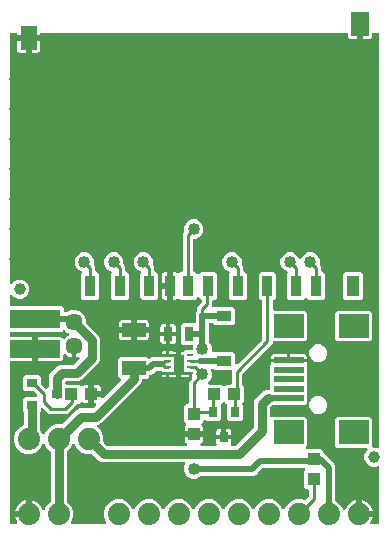
<source format=gbr>
G04 EAGLE Gerber RS-274X export*
G75*
%MOMM*%
%FSLAX34Y34*%
%LPD*%
%INTop Copper*%
%IPPOS*%
%AMOC8*
5,1,8,0,0,1.08239X$1,22.5*%
G01*
%ADD10R,1.100000X1.000000*%
%ADD11R,0.800000X0.900000*%
%ADD12R,1.000000X1.100000*%
%ADD13R,0.800000X1.200000*%
%ADD14R,1.300000X0.900000*%
%ADD15R,0.500000X0.250000*%
%ADD16R,0.900000X1.600000*%
%ADD17R,2.000000X1.200000*%
%ADD18C,1.879600*%
%ADD19R,2.500000X0.500000*%
%ADD20R,2.500000X2.000000*%
%ADD21C,1.447800*%
%ADD22R,0.900000X0.800000*%
%ADD23R,4.318000X1.524000*%
%ADD24R,0.900000X1.800000*%
%ADD25R,1.400000X2.000000*%
%ADD26R,1.527000X2.000000*%
%ADD27R,1.100000X1.800000*%
%ADD28C,1.000000*%
%ADD29C,0.254000*%
%ADD30C,1.016000*%
%ADD31C,0.508000*%
%ADD32C,0.762000*%

G36*
X316094Y4080D02*
X316094Y4080D01*
X316213Y4087D01*
X316251Y4100D01*
X316292Y4105D01*
X316402Y4148D01*
X316515Y4185D01*
X316550Y4207D01*
X316587Y4222D01*
X316683Y4291D01*
X316784Y4355D01*
X316812Y4385D01*
X316845Y4408D01*
X316921Y4500D01*
X317002Y4587D01*
X317022Y4622D01*
X317047Y4653D01*
X317098Y4761D01*
X317156Y4865D01*
X317166Y4905D01*
X317183Y4941D01*
X317205Y5058D01*
X317235Y5173D01*
X317239Y5233D01*
X317243Y5253D01*
X317241Y5274D01*
X317245Y5334D01*
X317245Y52347D01*
X317239Y52397D01*
X317241Y52446D01*
X317219Y52554D01*
X317205Y52663D01*
X317187Y52709D01*
X317177Y52758D01*
X317129Y52857D01*
X317088Y52958D01*
X317059Y52999D01*
X317037Y53043D01*
X316966Y53127D01*
X316902Y53216D01*
X316863Y53248D01*
X316831Y53285D01*
X316741Y53348D01*
X316657Y53419D01*
X316612Y53440D01*
X316571Y53468D01*
X316468Y53507D01*
X316369Y53554D01*
X316320Y53563D01*
X316274Y53581D01*
X316164Y53593D01*
X316057Y53614D01*
X316007Y53611D01*
X315958Y53616D01*
X315849Y53601D01*
X315739Y53594D01*
X315692Y53579D01*
X315643Y53572D01*
X315490Y53520D01*
X314021Y52911D01*
X310819Y52911D01*
X307861Y54137D01*
X305597Y56401D01*
X304371Y59359D01*
X304371Y62561D01*
X305597Y65519D01*
X306862Y66785D01*
X306947Y66894D01*
X307036Y67001D01*
X307044Y67020D01*
X307057Y67036D01*
X307112Y67163D01*
X307171Y67289D01*
X307175Y67309D01*
X307183Y67328D01*
X307205Y67466D01*
X307231Y67602D01*
X307230Y67622D01*
X307233Y67642D01*
X307220Y67781D01*
X307211Y67919D01*
X307205Y67938D01*
X307203Y67958D01*
X307156Y68090D01*
X307113Y68221D01*
X307102Y68239D01*
X307096Y68258D01*
X307018Y68373D01*
X306943Y68490D01*
X306928Y68504D01*
X306917Y68521D01*
X306813Y68613D01*
X306712Y68708D01*
X306694Y68718D01*
X306679Y68731D01*
X306554Y68795D01*
X306433Y68862D01*
X306413Y68867D01*
X306395Y68876D01*
X306260Y68906D01*
X306125Y68941D01*
X306097Y68943D01*
X306085Y68946D01*
X306065Y68945D01*
X305964Y68951D01*
X281667Y68951D01*
X279881Y70737D01*
X279881Y93263D01*
X281667Y95049D01*
X309193Y95049D01*
X310979Y93263D01*
X310979Y70278D01*
X310994Y70160D01*
X311001Y70041D01*
X311014Y70003D01*
X311019Y69962D01*
X311062Y69852D01*
X311099Y69739D01*
X311121Y69704D01*
X311136Y69667D01*
X311205Y69571D01*
X311269Y69470D01*
X311299Y69442D01*
X311322Y69409D01*
X311414Y69333D01*
X311501Y69252D01*
X311536Y69232D01*
X311567Y69207D01*
X311675Y69156D01*
X311779Y69098D01*
X311819Y69088D01*
X311855Y69071D01*
X311972Y69049D01*
X312087Y69019D01*
X312147Y69015D01*
X312167Y69011D01*
X312188Y69013D01*
X312248Y69009D01*
X314021Y69009D01*
X315490Y68400D01*
X315538Y68387D01*
X315583Y68366D01*
X315691Y68345D01*
X315797Y68316D01*
X315847Y68315D01*
X315896Y68306D01*
X316005Y68313D01*
X316115Y68311D01*
X316163Y68323D01*
X316213Y68326D01*
X316317Y68360D01*
X316424Y68385D01*
X316468Y68409D01*
X316515Y68424D01*
X316608Y68483D01*
X316705Y68534D01*
X316742Y68567D01*
X316784Y68594D01*
X316859Y68674D01*
X316941Y68748D01*
X316968Y68789D01*
X317002Y68826D01*
X317055Y68922D01*
X317115Y69014D01*
X317132Y69061D01*
X317156Y69104D01*
X317183Y69210D01*
X317219Y69314D01*
X317223Y69364D01*
X317235Y69412D01*
X317245Y69573D01*
X317245Y419100D01*
X317230Y419218D01*
X317223Y419337D01*
X317210Y419375D01*
X317205Y419416D01*
X317162Y419526D01*
X317125Y419639D01*
X317103Y419674D01*
X317088Y419711D01*
X317019Y419807D01*
X316955Y419908D01*
X316925Y419936D01*
X316902Y419969D01*
X316810Y420045D01*
X316723Y420126D01*
X316688Y420146D01*
X316657Y420171D01*
X316549Y420222D01*
X316445Y420280D01*
X316405Y420290D01*
X316369Y420307D01*
X316252Y420329D01*
X316137Y420359D01*
X316077Y420363D01*
X316057Y420367D01*
X316036Y420365D01*
X315976Y420369D01*
X312435Y420369D01*
X312317Y420354D01*
X312198Y420347D01*
X312160Y420334D01*
X312119Y420329D01*
X312009Y420286D01*
X311896Y420249D01*
X311861Y420227D01*
X311824Y420212D01*
X311728Y420143D01*
X311627Y420079D01*
X311599Y420049D01*
X311566Y420026D01*
X311490Y419934D01*
X311409Y419847D01*
X311389Y419812D01*
X311364Y419781D01*
X311313Y419673D01*
X311255Y419569D01*
X311245Y419529D01*
X311228Y419493D01*
X311206Y419376D01*
X311176Y419261D01*
X311172Y419201D01*
X311168Y419181D01*
X311170Y419160D01*
X311166Y419100D01*
X311166Y417066D01*
X310993Y416419D01*
X310658Y415840D01*
X310185Y415367D01*
X309606Y415032D01*
X308959Y414859D01*
X303529Y414859D01*
X303529Y419100D01*
X303514Y419218D01*
X303507Y419337D01*
X303494Y419375D01*
X303489Y419416D01*
X303445Y419526D01*
X303409Y419639D01*
X303387Y419674D01*
X303372Y419711D01*
X303302Y419807D01*
X303239Y419908D01*
X303209Y419936D01*
X303185Y419969D01*
X303094Y420045D01*
X303007Y420126D01*
X302972Y420146D01*
X302940Y420171D01*
X302833Y420222D01*
X302729Y420280D01*
X302689Y420290D01*
X302653Y420307D01*
X302536Y420329D01*
X302421Y420359D01*
X302360Y420363D01*
X302340Y420367D01*
X302320Y420365D01*
X302260Y420369D01*
X299720Y420369D01*
X299602Y420354D01*
X299483Y420347D01*
X299445Y420334D01*
X299405Y420329D01*
X299294Y420286D01*
X299181Y420249D01*
X299146Y420227D01*
X299109Y420212D01*
X299013Y420143D01*
X298912Y420079D01*
X298884Y420049D01*
X298851Y420026D01*
X298776Y419934D01*
X298694Y419847D01*
X298674Y419812D01*
X298649Y419781D01*
X298598Y419673D01*
X298540Y419569D01*
X298530Y419529D01*
X298513Y419493D01*
X298491Y419376D01*
X298461Y419261D01*
X298457Y419201D01*
X298453Y419181D01*
X298455Y419160D01*
X298451Y419100D01*
X298451Y414859D01*
X293021Y414859D01*
X292374Y415032D01*
X291795Y415367D01*
X291322Y415840D01*
X290987Y416419D01*
X290814Y417066D01*
X290814Y419100D01*
X290799Y419218D01*
X290792Y419337D01*
X290779Y419375D01*
X290774Y419416D01*
X290731Y419526D01*
X290694Y419639D01*
X290672Y419674D01*
X290657Y419711D01*
X290588Y419807D01*
X290524Y419908D01*
X290494Y419936D01*
X290471Y419969D01*
X290379Y420045D01*
X290292Y420126D01*
X290257Y420146D01*
X290226Y420171D01*
X290118Y420222D01*
X290014Y420280D01*
X289974Y420290D01*
X289938Y420307D01*
X289821Y420329D01*
X289706Y420359D01*
X289646Y420363D01*
X289626Y420367D01*
X289605Y420365D01*
X289545Y420369D01*
X30950Y420369D01*
X30832Y420354D01*
X30713Y420347D01*
X30675Y420334D01*
X30634Y420329D01*
X30524Y420286D01*
X30411Y420249D01*
X30376Y420227D01*
X30339Y420212D01*
X30243Y420143D01*
X30142Y420079D01*
X30114Y420049D01*
X30081Y420026D01*
X30005Y419934D01*
X29924Y419847D01*
X29904Y419812D01*
X29879Y419781D01*
X29828Y419673D01*
X29770Y419569D01*
X29760Y419529D01*
X29743Y419493D01*
X29721Y419376D01*
X29691Y419261D01*
X29687Y419201D01*
X29683Y419181D01*
X29685Y419160D01*
X29681Y419100D01*
X29681Y418439D01*
X21410Y418439D01*
X21292Y418424D01*
X21173Y418417D01*
X21135Y418404D01*
X21095Y418399D01*
X20984Y418355D01*
X20871Y418319D01*
X20836Y418297D01*
X20799Y418282D01*
X20703Y418212D01*
X20602Y418149D01*
X20574Y418119D01*
X20542Y418095D01*
X20466Y418004D01*
X20384Y417917D01*
X20365Y417882D01*
X20339Y417850D01*
X20288Y417743D01*
X20231Y417639D01*
X20220Y417599D01*
X20203Y417563D01*
X20181Y417446D01*
X20151Y417331D01*
X20147Y417270D01*
X20143Y417250D01*
X20145Y417230D01*
X20141Y417170D01*
X20141Y415899D01*
X20139Y415899D01*
X20139Y417170D01*
X20124Y417288D01*
X20117Y417407D01*
X20104Y417445D01*
X20099Y417485D01*
X20055Y417596D01*
X20019Y417709D01*
X19997Y417744D01*
X19982Y417781D01*
X19912Y417877D01*
X19849Y417978D01*
X19819Y418006D01*
X19795Y418038D01*
X19704Y418114D01*
X19617Y418196D01*
X19582Y418215D01*
X19550Y418241D01*
X19443Y418292D01*
X19339Y418349D01*
X19299Y418360D01*
X19263Y418377D01*
X19146Y418399D01*
X19031Y418429D01*
X18970Y418433D01*
X18950Y418437D01*
X18930Y418435D01*
X18870Y418439D01*
X10599Y418439D01*
X10599Y419100D01*
X10584Y419218D01*
X10577Y419337D01*
X10564Y419375D01*
X10559Y419416D01*
X10516Y419526D01*
X10479Y419639D01*
X10457Y419674D01*
X10442Y419711D01*
X10373Y419807D01*
X10309Y419908D01*
X10279Y419936D01*
X10256Y419969D01*
X10164Y420045D01*
X10077Y420126D01*
X10042Y420146D01*
X10011Y420171D01*
X9903Y420222D01*
X9799Y420280D01*
X9759Y420290D01*
X9723Y420307D01*
X9606Y420329D01*
X9491Y420359D01*
X9431Y420363D01*
X9411Y420367D01*
X9390Y420365D01*
X9330Y420369D01*
X5334Y420369D01*
X5216Y420354D01*
X5097Y420347D01*
X5059Y420334D01*
X5018Y420329D01*
X4908Y420286D01*
X4795Y420249D01*
X4760Y420227D01*
X4723Y420212D01*
X4627Y420143D01*
X4526Y420079D01*
X4498Y420049D01*
X4465Y420026D01*
X4389Y419934D01*
X4308Y419847D01*
X4288Y419812D01*
X4263Y419781D01*
X4212Y419673D01*
X4154Y419569D01*
X4144Y419529D01*
X4127Y419493D01*
X4105Y419376D01*
X4075Y419261D01*
X4071Y419201D01*
X4067Y419181D01*
X4069Y419160D01*
X4065Y419100D01*
X4065Y209012D01*
X4082Y208874D01*
X4095Y208735D01*
X4102Y208716D01*
X4105Y208696D01*
X4156Y208567D01*
X4203Y208436D01*
X4214Y208419D01*
X4222Y208400D01*
X4303Y208288D01*
X4381Y208173D01*
X4397Y208159D01*
X4408Y208143D01*
X4516Y208054D01*
X4620Y207962D01*
X4638Y207953D01*
X4653Y207940D01*
X4779Y207881D01*
X4903Y207818D01*
X4923Y207813D01*
X4941Y207805D01*
X5077Y207779D01*
X5213Y207748D01*
X5234Y207749D01*
X5253Y207745D01*
X5392Y207754D01*
X5531Y207758D01*
X5551Y207763D01*
X5571Y207765D01*
X5703Y207807D01*
X5837Y207846D01*
X5854Y207856D01*
X5873Y207863D01*
X5991Y207937D01*
X6111Y208008D01*
X6132Y208026D01*
X6142Y208033D01*
X6156Y208048D01*
X6231Y208114D01*
X8141Y210023D01*
X11099Y211249D01*
X14301Y211249D01*
X17259Y210023D01*
X19523Y207759D01*
X20749Y204801D01*
X20749Y201599D01*
X19523Y198641D01*
X17259Y196377D01*
X14301Y195151D01*
X11099Y195151D01*
X8141Y196377D01*
X6231Y198286D01*
X6122Y198371D01*
X6015Y198460D01*
X5996Y198468D01*
X5980Y198481D01*
X5852Y198536D01*
X5727Y198595D01*
X5707Y198599D01*
X5688Y198607D01*
X5550Y198629D01*
X5414Y198655D01*
X5394Y198654D01*
X5374Y198657D01*
X5235Y198644D01*
X5097Y198635D01*
X5078Y198629D01*
X5058Y198627D01*
X4926Y198580D01*
X4795Y198537D01*
X4777Y198526D01*
X4758Y198520D01*
X4643Y198442D01*
X4526Y198367D01*
X4512Y198352D01*
X4495Y198341D01*
X4403Y198237D01*
X4308Y198136D01*
X4298Y198118D01*
X4285Y198103D01*
X4221Y197978D01*
X4154Y197857D01*
X4149Y197837D01*
X4140Y197819D01*
X4110Y197684D01*
X4075Y197549D01*
X4073Y197521D01*
X4070Y197509D01*
X4071Y197489D01*
X4065Y197388D01*
X4065Y189738D01*
X4080Y189620D01*
X4087Y189501D01*
X4100Y189463D01*
X4105Y189422D01*
X4148Y189312D01*
X4185Y189199D01*
X4207Y189164D01*
X4222Y189127D01*
X4291Y189031D01*
X4355Y188930D01*
X4385Y188902D01*
X4408Y188869D01*
X4500Y188793D01*
X4587Y188712D01*
X4622Y188692D01*
X4653Y188667D01*
X4761Y188616D01*
X4865Y188558D01*
X4905Y188548D01*
X4941Y188531D01*
X5058Y188509D01*
X5173Y188479D01*
X5233Y188475D01*
X5253Y188471D01*
X5274Y188473D01*
X5334Y188469D01*
X48253Y188469D01*
X50039Y186683D01*
X50039Y184658D01*
X50054Y184540D01*
X50061Y184421D01*
X50074Y184383D01*
X50079Y184342D01*
X50122Y184232D01*
X50159Y184119D01*
X50181Y184084D01*
X50196Y184047D01*
X50265Y183951D01*
X50329Y183850D01*
X50359Y183822D01*
X50382Y183789D01*
X50474Y183713D01*
X50561Y183632D01*
X50596Y183612D01*
X50627Y183587D01*
X50735Y183536D01*
X50839Y183478D01*
X50879Y183468D01*
X50915Y183451D01*
X51032Y183429D01*
X51147Y183399D01*
X51207Y183395D01*
X51227Y183391D01*
X51248Y183393D01*
X51308Y183389D01*
X51634Y183389D01*
X51732Y183401D01*
X51831Y183404D01*
X51889Y183421D01*
X51949Y183429D01*
X52042Y183465D01*
X52137Y183493D01*
X52189Y183523D01*
X52245Y183546D01*
X52325Y183604D01*
X52411Y183654D01*
X52486Y183720D01*
X52502Y183732D01*
X52510Y183742D01*
X52531Y183760D01*
X52592Y183822D01*
X56374Y185388D01*
X60466Y185388D01*
X64248Y183822D01*
X67142Y180928D01*
X68708Y177146D01*
X68708Y175038D01*
X68720Y174940D01*
X68723Y174840D01*
X68740Y174782D01*
X68748Y174722D01*
X68784Y174630D01*
X68812Y174535D01*
X68842Y174483D01*
X68865Y174426D01*
X68923Y174346D01*
X68973Y174261D01*
X69039Y174186D01*
X69051Y174169D01*
X69061Y174161D01*
X69079Y174140D01*
X77367Y165853D01*
X79475Y163745D01*
X80519Y161224D01*
X80519Y143416D01*
X79475Y140895D01*
X64845Y126265D01*
X62324Y125221D01*
X52148Y125221D01*
X52030Y125206D01*
X51911Y125199D01*
X51873Y125186D01*
X51832Y125181D01*
X51722Y125138D01*
X51609Y125101D01*
X51574Y125079D01*
X51537Y125064D01*
X51441Y124995D01*
X51340Y124931D01*
X51312Y124901D01*
X51279Y124878D01*
X51203Y124786D01*
X51122Y124699D01*
X51102Y124664D01*
X51077Y124633D01*
X51026Y124525D01*
X50968Y124421D01*
X50958Y124381D01*
X50941Y124345D01*
X50919Y124228D01*
X50889Y124113D01*
X50885Y124053D01*
X50881Y124033D01*
X50883Y124012D01*
X50879Y123952D01*
X50879Y123618D01*
X50894Y123500D01*
X50901Y123381D01*
X50914Y123343D01*
X50919Y123302D01*
X50962Y123192D01*
X50999Y123079D01*
X51021Y123044D01*
X51036Y123007D01*
X51105Y122911D01*
X51169Y122810D01*
X51199Y122782D01*
X51222Y122749D01*
X51314Y122673D01*
X51401Y122592D01*
X51436Y122572D01*
X51467Y122547D01*
X51575Y122496D01*
X51679Y122438D01*
X51719Y122428D01*
X51755Y122411D01*
X51872Y122389D01*
X51987Y122359D01*
X52047Y122355D01*
X52067Y122351D01*
X52088Y122353D01*
X52148Y122349D01*
X63033Y122349D01*
X64232Y121150D01*
X64326Y121077D01*
X64415Y120998D01*
X64451Y120980D01*
X64483Y120955D01*
X64592Y120908D01*
X64698Y120853D01*
X64738Y120845D01*
X64775Y120829D01*
X64893Y120810D01*
X65009Y120784D01*
X65049Y120785D01*
X65089Y120779D01*
X65208Y120790D01*
X65327Y120794D01*
X65365Y120805D01*
X65406Y120809D01*
X65518Y120849D01*
X65632Y120882D01*
X65667Y120902D01*
X65705Y120916D01*
X65803Y120983D01*
X65906Y121043D01*
X65951Y121083D01*
X65968Y121095D01*
X65982Y121110D01*
X66027Y121150D01*
X66210Y121333D01*
X66789Y121668D01*
X67436Y121841D01*
X70771Y121841D01*
X70771Y115530D01*
X70786Y115412D01*
X70793Y115293D01*
X70805Y115255D01*
X70811Y115215D01*
X70854Y115104D01*
X70891Y114991D01*
X70913Y114957D01*
X70928Y114919D01*
X70997Y114823D01*
X71061Y114722D01*
X71091Y114694D01*
X71114Y114662D01*
X71206Y114586D01*
X71293Y114504D01*
X71328Y114485D01*
X71359Y114459D01*
X71467Y114408D01*
X71571Y114351D01*
X71611Y114341D01*
X71647Y114323D01*
X71754Y114303D01*
X71724Y114299D01*
X71614Y114255D01*
X71501Y114219D01*
X71466Y114197D01*
X71429Y114182D01*
X71332Y114112D01*
X71232Y114049D01*
X71204Y114019D01*
X71171Y113995D01*
X71095Y113904D01*
X71014Y113817D01*
X70994Y113782D01*
X70969Y113750D01*
X70918Y113643D01*
X70860Y113538D01*
X70850Y113499D01*
X70833Y113463D01*
X70811Y113346D01*
X70781Y113230D01*
X70777Y113170D01*
X70773Y113150D01*
X70775Y113130D01*
X70771Y113070D01*
X70771Y106759D01*
X67436Y106759D01*
X66789Y106932D01*
X66210Y107267D01*
X66027Y107450D01*
X65933Y107523D01*
X65843Y107602D01*
X65807Y107620D01*
X65775Y107645D01*
X65666Y107692D01*
X65560Y107747D01*
X65521Y107755D01*
X65484Y107771D01*
X65366Y107790D01*
X65250Y107816D01*
X65209Y107815D01*
X65169Y107821D01*
X65051Y107810D01*
X64932Y107807D01*
X64893Y107795D01*
X64853Y107791D01*
X64741Y107751D01*
X64626Y107718D01*
X64592Y107698D01*
X64554Y107684D01*
X64455Y107617D01*
X64353Y107557D01*
X64307Y107517D01*
X64290Y107505D01*
X64277Y107490D01*
X64232Y107450D01*
X63033Y106251D01*
X62085Y106251D01*
X61986Y106239D01*
X61887Y106236D01*
X61829Y106219D01*
X61769Y106211D01*
X61677Y106175D01*
X61582Y106147D01*
X61530Y106117D01*
X61473Y106094D01*
X61393Y106036D01*
X61308Y105986D01*
X61233Y105920D01*
X61216Y105908D01*
X61208Y105898D01*
X61187Y105880D01*
X58567Y103260D01*
X52589Y97281D01*
X37581Y97281D01*
X34680Y100183D01*
X32735Y102127D01*
X32626Y102212D01*
X32519Y102301D01*
X32500Y102309D01*
X32484Y102322D01*
X32356Y102377D01*
X32231Y102436D01*
X32211Y102440D01*
X32192Y102448D01*
X32054Y102470D01*
X31918Y102496D01*
X31898Y102495D01*
X31878Y102498D01*
X31739Y102485D01*
X31601Y102476D01*
X31582Y102470D01*
X31562Y102468D01*
X31430Y102421D01*
X31299Y102378D01*
X31281Y102368D01*
X31262Y102361D01*
X31147Y102283D01*
X31030Y102208D01*
X31016Y102193D01*
X30999Y102182D01*
X30907Y102078D01*
X30812Y101977D01*
X30802Y101959D01*
X30789Y101944D01*
X30725Y101820D01*
X30658Y101698D01*
X30653Y101678D01*
X30644Y101660D01*
X30614Y101525D01*
X30579Y101390D01*
X30577Y101362D01*
X30574Y101350D01*
X30575Y101330D01*
X30569Y101229D01*
X30569Y99537D01*
X30250Y99219D01*
X30190Y99141D01*
X30122Y99069D01*
X30093Y99016D01*
X30056Y98968D01*
X30016Y98877D01*
X29968Y98790D01*
X29953Y98731D01*
X29929Y98676D01*
X29914Y98578D01*
X29889Y98482D01*
X29883Y98382D01*
X29879Y98362D01*
X29881Y98349D01*
X29879Y98321D01*
X29879Y84769D01*
X29891Y84671D01*
X29894Y84572D01*
X29911Y84514D01*
X29919Y84454D01*
X29955Y84362D01*
X29983Y84267D01*
X30013Y84214D01*
X30036Y84158D01*
X30094Y84078D01*
X30144Y83993D01*
X30210Y83917D01*
X30222Y83901D01*
X30232Y83893D01*
X30251Y83872D01*
X30872Y83251D01*
X31847Y80895D01*
X31916Y80774D01*
X31981Y80652D01*
X31995Y80637D01*
X32005Y80619D01*
X32102Y80519D01*
X32195Y80416D01*
X32212Y80405D01*
X32226Y80391D01*
X32344Y80318D01*
X32461Y80242D01*
X32480Y80235D01*
X32497Y80224D01*
X32630Y80184D01*
X32762Y80138D01*
X32782Y80137D01*
X32801Y80131D01*
X32940Y80124D01*
X33079Y80113D01*
X33099Y80117D01*
X33119Y80116D01*
X33255Y80144D01*
X33392Y80168D01*
X33411Y80176D01*
X33430Y80180D01*
X33555Y80241D01*
X33682Y80298D01*
X33698Y80311D01*
X33716Y80320D01*
X33822Y80410D01*
X33930Y80497D01*
X33943Y80513D01*
X33958Y80526D01*
X34038Y80640D01*
X34122Y80751D01*
X34134Y80776D01*
X34141Y80786D01*
X34148Y80805D01*
X34193Y80895D01*
X35168Y83250D01*
X38670Y86752D01*
X43244Y88647D01*
X47941Y88647D01*
X48039Y88659D01*
X48138Y88662D01*
X48197Y88679D01*
X48257Y88687D01*
X48349Y88723D01*
X48444Y88751D01*
X48496Y88781D01*
X48552Y88804D01*
X48633Y88862D01*
X48718Y88912D01*
X48793Y88978D01*
X48810Y88990D01*
X48818Y89000D01*
X48839Y89018D01*
X60885Y101065D01*
X63406Y102109D01*
X74103Y102109D01*
X74201Y102121D01*
X74300Y102124D01*
X74359Y102141D01*
X74419Y102149D01*
X74511Y102185D01*
X74606Y102213D01*
X74658Y102243D01*
X74714Y102266D01*
X74795Y102324D01*
X74880Y102374D01*
X74955Y102440D01*
X74972Y102452D01*
X74980Y102462D01*
X75001Y102480D01*
X77113Y104593D01*
X77198Y104702D01*
X77287Y104809D01*
X77295Y104828D01*
X77308Y104844D01*
X77363Y104972D01*
X77422Y105097D01*
X77426Y105117D01*
X77434Y105136D01*
X77456Y105274D01*
X77482Y105410D01*
X77481Y105430D01*
X77484Y105450D01*
X77471Y105589D01*
X77462Y105727D01*
X77456Y105746D01*
X77454Y105766D01*
X77407Y105898D01*
X77364Y106029D01*
X77353Y106047D01*
X77347Y106066D01*
X77268Y106181D01*
X77194Y106298D01*
X77179Y106312D01*
X77168Y106329D01*
X77064Y106421D01*
X76962Y106516D01*
X76945Y106526D01*
X76930Y106539D01*
X76805Y106603D01*
X76684Y106670D01*
X76664Y106675D01*
X76646Y106684D01*
X76510Y106714D01*
X76376Y106749D01*
X76348Y106751D01*
X76336Y106754D01*
X76316Y106753D01*
X76215Y106759D01*
X75769Y106759D01*
X75769Y111801D01*
X81318Y111801D01*
X81328Y111717D01*
X81341Y111578D01*
X81348Y111559D01*
X81351Y111539D01*
X81402Y111410D01*
X81449Y111279D01*
X81460Y111262D01*
X81468Y111243D01*
X81549Y111131D01*
X81627Y111016D01*
X81643Y111003D01*
X81654Y110986D01*
X81762Y110897D01*
X81866Y110805D01*
X81884Y110796D01*
X81899Y110783D01*
X82025Y110724D01*
X82149Y110661D01*
X82169Y110656D01*
X82187Y110648D01*
X82323Y110622D01*
X82459Y110591D01*
X82480Y110592D01*
X82499Y110588D01*
X82638Y110597D01*
X82777Y110601D01*
X82797Y110606D01*
X82817Y110608D01*
X82949Y110651D01*
X83083Y110689D01*
X83100Y110700D01*
X83119Y110706D01*
X83237Y110780D01*
X83357Y110851D01*
X83378Y110869D01*
X83388Y110876D01*
X83402Y110891D01*
X83477Y110957D01*
X98017Y125497D01*
X98090Y125591D01*
X98169Y125680D01*
X98187Y125716D01*
X98212Y125748D01*
X98259Y125857D01*
X98313Y125963D01*
X98322Y126002D01*
X98338Y126040D01*
X98357Y126157D01*
X98383Y126273D01*
X98382Y126314D01*
X98388Y126354D01*
X98377Y126472D01*
X98373Y126591D01*
X98362Y126630D01*
X98358Y126670D01*
X98318Y126783D01*
X98285Y126897D01*
X98264Y126932D01*
X98251Y126970D01*
X98184Y127068D01*
X98123Y127171D01*
X98083Y127216D01*
X98072Y127233D01*
X98057Y127246D01*
X98017Y127292D01*
X96171Y129137D01*
X96171Y143663D01*
X97957Y145449D01*
X120483Y145449D01*
X121208Y144724D01*
X121231Y144706D01*
X121250Y144683D01*
X121356Y144609D01*
X121459Y144529D01*
X121486Y144517D01*
X121510Y144500D01*
X121631Y144454D01*
X121751Y144403D01*
X121780Y144398D01*
X121807Y144388D01*
X121936Y144373D01*
X122065Y144353D01*
X122094Y144356D01*
X122124Y144352D01*
X122252Y144371D01*
X122381Y144383D01*
X122409Y144393D01*
X122438Y144397D01*
X122591Y144449D01*
X124618Y145289D01*
X131510Y145289D01*
X131628Y145304D01*
X131747Y145311D01*
X131785Y145324D01*
X131826Y145329D01*
X131936Y145372D01*
X132049Y145409D01*
X132084Y145431D01*
X132121Y145446D01*
X132217Y145515D01*
X132318Y145579D01*
X132346Y145609D01*
X132379Y145632D01*
X132455Y145724D01*
X132536Y145811D01*
X132556Y145846D01*
X132581Y145877D01*
X132606Y145931D01*
X132947Y145931D01*
X133016Y145939D01*
X133085Y145938D01*
X133173Y145959D01*
X133263Y145970D01*
X133327Y145996D01*
X133394Y146012D01*
X133474Y146054D01*
X133558Y146087D01*
X133614Y146128D01*
X133675Y146160D01*
X133801Y146261D01*
X133808Y146268D01*
X133816Y146274D01*
X133816Y146275D01*
X133912Y146390D01*
X134008Y146503D01*
X134012Y146512D01*
X134019Y146520D01*
X134082Y146654D01*
X134148Y146788D01*
X134150Y146798D01*
X134154Y146807D01*
X134182Y146954D01*
X134213Y147100D01*
X134212Y147110D01*
X134214Y147120D01*
X134205Y147268D01*
X134198Y147417D01*
X134195Y147427D01*
X134194Y147437D01*
X134149Y147579D01*
X134105Y147721D01*
X134100Y147730D01*
X134096Y147740D01*
X134017Y147866D01*
X133939Y147993D01*
X133932Y148000D01*
X133926Y148008D01*
X133818Y148110D01*
X133711Y148214D01*
X133702Y148219D01*
X133695Y148226D01*
X133565Y148298D01*
X133435Y148372D01*
X133425Y148375D01*
X133416Y148380D01*
X133273Y148417D01*
X133128Y148456D01*
X133118Y148457D01*
X133108Y148459D01*
X132948Y148469D01*
X132779Y148469D01*
X132779Y148784D01*
X132952Y149431D01*
X133287Y150010D01*
X133760Y150483D01*
X134339Y150818D01*
X134986Y150991D01*
X136551Y150991D01*
X136551Y147788D01*
X136566Y147670D01*
X136573Y147551D01*
X136585Y147513D01*
X136590Y147472D01*
X136634Y147362D01*
X136671Y147249D01*
X136693Y147214D01*
X136707Y147177D01*
X136777Y147081D01*
X136841Y146980D01*
X136871Y146952D01*
X136894Y146919D01*
X136986Y146843D01*
X137073Y146762D01*
X137108Y146742D01*
X137139Y146717D01*
X137247Y146666D01*
X137351Y146608D01*
X137390Y146598D01*
X137427Y146581D01*
X137544Y146559D01*
X137659Y146529D01*
X137719Y146525D01*
X137739Y146521D01*
X137740Y146521D01*
X137760Y146523D01*
X137820Y146519D01*
X137938Y146534D01*
X138057Y146541D01*
X138095Y146554D01*
X138136Y146559D01*
X138246Y146602D01*
X138360Y146639D01*
X138394Y146661D01*
X138431Y146676D01*
X138528Y146745D01*
X138628Y146809D01*
X138656Y146839D01*
X138689Y146862D01*
X138765Y146954D01*
X138846Y147041D01*
X138866Y147076D01*
X138892Y147107D01*
X138942Y147215D01*
X139000Y147319D01*
X139010Y147359D01*
X139027Y147395D01*
X139049Y147512D01*
X139079Y147627D01*
X139083Y147687D01*
X139087Y147707D01*
X139086Y147728D01*
X139089Y147788D01*
X139089Y150991D01*
X140654Y150991D01*
X141301Y150818D01*
X142005Y150411D01*
X142090Y150375D01*
X142171Y150330D01*
X142236Y150314D01*
X142298Y150288D01*
X142390Y150274D01*
X142479Y150251D01*
X142596Y150244D01*
X142613Y150241D01*
X142621Y150242D01*
X142640Y150241D01*
X145071Y150241D01*
X145071Y140680D01*
X145086Y140562D01*
X145093Y140443D01*
X145105Y140405D01*
X145111Y140365D01*
X145154Y140254D01*
X145191Y140141D01*
X145213Y140107D01*
X145228Y140069D01*
X145297Y139973D01*
X145361Y139872D01*
X145391Y139844D01*
X145414Y139812D01*
X145506Y139736D01*
X145540Y139704D01*
X145532Y139699D01*
X145504Y139669D01*
X145471Y139645D01*
X145395Y139554D01*
X145314Y139467D01*
X145294Y139432D01*
X145269Y139400D01*
X145218Y139293D01*
X145160Y139188D01*
X145150Y139149D01*
X145133Y139113D01*
X145111Y138996D01*
X145081Y138880D01*
X145077Y138820D01*
X145073Y138800D01*
X145075Y138780D01*
X145071Y138720D01*
X145071Y129159D01*
X142640Y129159D01*
X142548Y129148D01*
X142456Y129146D01*
X142391Y129128D01*
X142324Y129119D01*
X142238Y129085D01*
X142150Y129061D01*
X142045Y129009D01*
X142029Y129002D01*
X142022Y128997D01*
X142005Y128989D01*
X141301Y128582D01*
X140654Y128409D01*
X139089Y128409D01*
X139089Y131612D01*
X139074Y131730D01*
X139067Y131849D01*
X139055Y131887D01*
X139050Y131928D01*
X139006Y132038D01*
X138969Y132151D01*
X138947Y132186D01*
X138933Y132223D01*
X138863Y132319D01*
X138799Y132420D01*
X138769Y132448D01*
X138746Y132481D01*
X138654Y132557D01*
X138567Y132638D01*
X138532Y132658D01*
X138501Y132683D01*
X138393Y132734D01*
X138289Y132792D01*
X138250Y132802D01*
X138213Y132819D01*
X138096Y132841D01*
X137981Y132871D01*
X137921Y132875D01*
X137901Y132879D01*
X137900Y132879D01*
X137880Y132877D01*
X137820Y132881D01*
X137702Y132866D01*
X137583Y132859D01*
X137544Y132846D01*
X137504Y132841D01*
X137394Y132798D01*
X137280Y132761D01*
X137246Y132739D01*
X137209Y132724D01*
X137112Y132655D01*
X137012Y132591D01*
X136984Y132561D01*
X136951Y132538D01*
X136875Y132446D01*
X136794Y132359D01*
X136774Y132324D01*
X136748Y132293D01*
X136698Y132185D01*
X136640Y132081D01*
X136630Y132041D01*
X136613Y132005D01*
X136591Y131888D01*
X136561Y131773D01*
X136557Y131713D01*
X136553Y131693D01*
X136554Y131672D01*
X136551Y131612D01*
X136551Y128409D01*
X134986Y128409D01*
X134339Y128582D01*
X133760Y128917D01*
X133287Y129390D01*
X132952Y129969D01*
X132779Y130616D01*
X132779Y130931D01*
X132948Y130931D01*
X132958Y130932D01*
X132968Y130931D01*
X133115Y130952D01*
X133263Y130970D01*
X133273Y130974D01*
X133283Y130976D01*
X133421Y131033D01*
X133559Y131087D01*
X133567Y131093D01*
X133576Y131097D01*
X133696Y131187D01*
X133816Y131274D01*
X133823Y131282D01*
X133831Y131288D01*
X133924Y131404D01*
X134019Y131519D01*
X134023Y131528D01*
X134030Y131536D01*
X134091Y131673D01*
X134154Y131807D01*
X134156Y131817D01*
X134161Y131826D01*
X134186Y131974D01*
X134214Y132119D01*
X134214Y132129D01*
X134215Y132139D01*
X134204Y132288D01*
X134195Y132437D01*
X134191Y132446D01*
X134191Y132456D01*
X134142Y132598D01*
X134096Y132739D01*
X134091Y132748D01*
X134088Y132757D01*
X134006Y132882D01*
X133926Y133008D01*
X133919Y133015D01*
X133913Y133023D01*
X133801Y133139D01*
X133745Y133179D01*
X133694Y133226D01*
X133615Y133270D01*
X133541Y133322D01*
X133476Y133346D01*
X133416Y133380D01*
X133328Y133402D01*
X133243Y133434D01*
X133175Y133442D01*
X133108Y133459D01*
X132947Y133469D01*
X132611Y133469D01*
X132553Y133549D01*
X132489Y133650D01*
X132459Y133678D01*
X132436Y133711D01*
X132344Y133787D01*
X132257Y133868D01*
X132222Y133888D01*
X132191Y133913D01*
X132083Y133964D01*
X131979Y134022D01*
X131939Y134032D01*
X131903Y134049D01*
X131786Y134071D01*
X131671Y134101D01*
X131611Y134105D01*
X131591Y134109D01*
X131570Y134107D01*
X131510Y134111D01*
X128571Y134111D01*
X128472Y134099D01*
X128373Y134096D01*
X128315Y134079D01*
X128255Y134071D01*
X128163Y134035D01*
X128068Y134007D01*
X128016Y133977D01*
X127959Y133954D01*
X127879Y133896D01*
X127794Y133846D01*
X127719Y133780D01*
X127702Y133768D01*
X127694Y133758D01*
X127673Y133740D01*
X127346Y133413D01*
X125596Y131662D01*
X123542Y130811D01*
X123538Y130811D01*
X123420Y130796D01*
X123301Y130789D01*
X123263Y130776D01*
X123222Y130771D01*
X123112Y130728D01*
X122999Y130691D01*
X122964Y130669D01*
X122927Y130654D01*
X122831Y130585D01*
X122730Y130521D01*
X122702Y130491D01*
X122669Y130468D01*
X122593Y130376D01*
X122512Y130289D01*
X122492Y130254D01*
X122467Y130223D01*
X122416Y130115D01*
X122358Y130011D01*
X122348Y129971D01*
X122331Y129935D01*
X122309Y129818D01*
X122279Y129703D01*
X122275Y129643D01*
X122271Y129623D01*
X122273Y129602D01*
X122269Y129542D01*
X122269Y129137D01*
X120483Y127351D01*
X117348Y127351D01*
X117230Y127336D01*
X117111Y127329D01*
X117073Y127316D01*
X117032Y127311D01*
X116922Y127268D01*
X116809Y127231D01*
X116774Y127209D01*
X116737Y127194D01*
X116641Y127125D01*
X116540Y127061D01*
X116512Y127031D01*
X116479Y127008D01*
X116403Y126916D01*
X116322Y126829D01*
X116302Y126794D01*
X116277Y126763D01*
X116226Y126655D01*
X116168Y126551D01*
X116158Y126511D01*
X116141Y126475D01*
X116119Y126358D01*
X116089Y126243D01*
X116085Y126183D01*
X116081Y126163D01*
X116083Y126142D01*
X116079Y126082D01*
X116079Y125636D01*
X115035Y123115D01*
X81355Y89435D01*
X78961Y88444D01*
X78918Y88419D01*
X78871Y88402D01*
X78780Y88341D01*
X78684Y88286D01*
X78649Y88251D01*
X78608Y88224D01*
X78535Y88141D01*
X78456Y88065D01*
X78430Y88022D01*
X78397Y87985D01*
X78347Y87887D01*
X78290Y87794D01*
X78275Y87746D01*
X78252Y87702D01*
X78228Y87595D01*
X78196Y87490D01*
X78194Y87440D01*
X78183Y87392D01*
X78186Y87282D01*
X78181Y87172D01*
X78191Y87123D01*
X78192Y87074D01*
X78223Y86968D01*
X78245Y86861D01*
X78267Y86816D01*
X78281Y86768D01*
X78337Y86674D01*
X78385Y86575D01*
X78417Y86537D01*
X78442Y86494D01*
X78549Y86373D01*
X81672Y83250D01*
X83567Y78676D01*
X83567Y73979D01*
X83579Y73881D01*
X83582Y73782D01*
X83599Y73723D01*
X83607Y73663D01*
X83643Y73571D01*
X83671Y73476D01*
X83701Y73424D01*
X83724Y73368D01*
X83782Y73287D01*
X83832Y73202D01*
X83898Y73127D01*
X83910Y73110D01*
X83920Y73102D01*
X83938Y73081D01*
X86289Y70730D01*
X86368Y70670D01*
X86440Y70602D01*
X86493Y70573D01*
X86541Y70536D01*
X86631Y70496D01*
X86718Y70448D01*
X86777Y70433D01*
X86832Y70409D01*
X86930Y70394D01*
X87026Y70369D01*
X87126Y70363D01*
X87146Y70359D01*
X87159Y70361D01*
X87187Y70359D01*
X153067Y70359D01*
X153212Y70377D01*
X153357Y70392D01*
X153369Y70397D01*
X153383Y70399D01*
X153519Y70452D01*
X153655Y70503D01*
X153666Y70511D01*
X153679Y70516D01*
X153796Y70601D01*
X153916Y70684D01*
X153925Y70695D01*
X153936Y70702D01*
X154029Y70815D01*
X154124Y70925D01*
X154130Y70937D01*
X154139Y70947D01*
X154201Y71079D01*
X154266Y71210D01*
X154269Y71223D01*
X154274Y71235D01*
X154301Y71377D01*
X154332Y71521D01*
X154332Y71534D01*
X154334Y71547D01*
X154325Y71693D01*
X154319Y71839D01*
X154315Y71851D01*
X154314Y71865D01*
X154269Y72004D01*
X154227Y72143D01*
X154220Y72155D01*
X154216Y72167D01*
X154138Y72290D01*
X154063Y72415D01*
X154053Y72425D01*
X154046Y72436D01*
X153940Y72536D01*
X153836Y72638D01*
X153821Y72648D01*
X153815Y72654D01*
X153800Y72662D01*
X153702Y72727D01*
X153460Y72867D01*
X152987Y73340D01*
X152652Y73919D01*
X152479Y74566D01*
X152479Y77901D01*
X158790Y77901D01*
X158908Y77916D01*
X159027Y77923D01*
X159065Y77935D01*
X159105Y77941D01*
X159216Y77984D01*
X159329Y78021D01*
X159363Y78043D01*
X159401Y78058D01*
X159497Y78127D01*
X159598Y78191D01*
X159626Y78221D01*
X159658Y78244D01*
X159734Y78336D01*
X159816Y78423D01*
X159835Y78458D01*
X159861Y78489D01*
X159912Y78597D01*
X159969Y78701D01*
X159979Y78741D01*
X159997Y78777D01*
X160017Y78884D01*
X160021Y78854D01*
X160065Y78744D01*
X160101Y78631D01*
X160123Y78596D01*
X160138Y78559D01*
X160208Y78462D01*
X160271Y78362D01*
X160301Y78334D01*
X160325Y78301D01*
X160416Y78225D01*
X160503Y78144D01*
X160538Y78124D01*
X160570Y78099D01*
X160677Y78048D01*
X160782Y77990D01*
X160821Y77980D01*
X160857Y77963D01*
X160974Y77941D01*
X161090Y77911D01*
X161150Y77907D01*
X161170Y77903D01*
X161190Y77905D01*
X161250Y77901D01*
X167561Y77901D01*
X167561Y74566D01*
X167388Y73919D01*
X167053Y73340D01*
X166580Y72867D01*
X166338Y72727D01*
X166221Y72639D01*
X166104Y72554D01*
X166095Y72543D01*
X166085Y72535D01*
X165994Y72421D01*
X165901Y72309D01*
X165895Y72296D01*
X165887Y72286D01*
X165828Y72152D01*
X165766Y72021D01*
X165763Y72008D01*
X165758Y71995D01*
X165733Y71851D01*
X165706Y71708D01*
X165707Y71695D01*
X165704Y71682D01*
X165717Y71536D01*
X165726Y71391D01*
X165730Y71378D01*
X165731Y71365D01*
X165779Y71227D01*
X165824Y71089D01*
X165831Y71077D01*
X165835Y71064D01*
X165916Y70943D01*
X165994Y70820D01*
X166004Y70811D01*
X166011Y70799D01*
X166119Y70702D01*
X166225Y70602D01*
X166237Y70595D01*
X166247Y70586D01*
X166376Y70519D01*
X166504Y70448D01*
X166517Y70445D01*
X166529Y70439D01*
X166671Y70405D01*
X166812Y70369D01*
X166830Y70368D01*
X166839Y70366D01*
X166856Y70366D01*
X166973Y70359D01*
X178044Y70359D01*
X178175Y70375D01*
X178307Y70386D01*
X178333Y70395D01*
X178359Y70399D01*
X178482Y70447D01*
X178607Y70491D01*
X178630Y70506D01*
X178655Y70516D01*
X178762Y70593D01*
X178872Y70667D01*
X178891Y70687D01*
X178912Y70702D01*
X178997Y70804D01*
X179085Y70903D01*
X179098Y70927D01*
X179115Y70947D01*
X179171Y71067D01*
X179233Y71185D01*
X179239Y71211D01*
X179251Y71235D01*
X179275Y71365D01*
X179306Y71494D01*
X179305Y71521D01*
X179310Y71547D01*
X179302Y71680D01*
X179300Y71812D01*
X179292Y71838D01*
X179291Y71865D01*
X179250Y71991D01*
X179214Y72118D01*
X179197Y72153D01*
X179193Y72167D01*
X179181Y72186D01*
X179143Y72263D01*
X179052Y72419D01*
X178879Y73066D01*
X178879Y75901D01*
X184690Y75901D01*
X184808Y75916D01*
X184927Y75923D01*
X184965Y75935D01*
X185005Y75941D01*
X185116Y75984D01*
X185229Y76021D01*
X185263Y76043D01*
X185301Y76058D01*
X185397Y76127D01*
X185414Y76138D01*
X185438Y76124D01*
X185470Y76099D01*
X185577Y76048D01*
X185682Y75990D01*
X185721Y75980D01*
X185757Y75963D01*
X185874Y75941D01*
X185990Y75911D01*
X186050Y75907D01*
X186070Y75903D01*
X186090Y75905D01*
X186150Y75901D01*
X191961Y75901D01*
X191961Y73066D01*
X191788Y72419D01*
X191697Y72263D01*
X191646Y72141D01*
X191589Y72021D01*
X191584Y71994D01*
X191574Y71970D01*
X191554Y71838D01*
X191530Y71708D01*
X191531Y71682D01*
X191527Y71655D01*
X191541Y71523D01*
X191549Y71391D01*
X191558Y71366D01*
X191560Y71339D01*
X191607Y71214D01*
X191647Y71089D01*
X191662Y71066D01*
X191671Y71041D01*
X191747Y70932D01*
X191818Y70820D01*
X191837Y70801D01*
X191852Y70779D01*
X191953Y70693D01*
X192049Y70602D01*
X192073Y70589D01*
X192093Y70571D01*
X192212Y70512D01*
X192328Y70448D01*
X192354Y70442D01*
X192378Y70430D01*
X192507Y70402D01*
X192636Y70369D01*
X192674Y70367D01*
X192689Y70363D01*
X192711Y70364D01*
X192796Y70359D01*
X194753Y70359D01*
X194851Y70371D01*
X194950Y70374D01*
X195009Y70391D01*
X195069Y70399D01*
X195161Y70435D01*
X195256Y70463D01*
X195308Y70493D01*
X195364Y70516D01*
X195445Y70574D01*
X195530Y70624D01*
X195605Y70690D01*
X195622Y70702D01*
X195630Y70712D01*
X195651Y70730D01*
X210450Y85529D01*
X210510Y85608D01*
X210578Y85680D01*
X210607Y85733D01*
X210644Y85781D01*
X210684Y85871D01*
X210732Y85958D01*
X210747Y86017D01*
X210771Y86072D01*
X210786Y86170D01*
X210811Y86266D01*
X210817Y86366D01*
X210821Y86386D01*
X210819Y86399D01*
X210821Y86427D01*
X210821Y107284D01*
X211865Y109805D01*
X216767Y114707D01*
X218875Y116815D01*
X221396Y117859D01*
X223612Y117859D01*
X223730Y117874D01*
X223849Y117881D01*
X223887Y117894D01*
X223928Y117899D01*
X224038Y117942D01*
X224151Y117979D01*
X224186Y118001D01*
X224223Y118016D01*
X224319Y118085D01*
X224420Y118149D01*
X224448Y118179D01*
X224481Y118202D01*
X224557Y118294D01*
X224638Y118381D01*
X224658Y118416D01*
X224683Y118447D01*
X224734Y118555D01*
X224792Y118659D01*
X224802Y118699D01*
X224819Y118735D01*
X224841Y118852D01*
X224871Y118967D01*
X224875Y119027D01*
X224879Y119047D01*
X224877Y119068D01*
X224881Y119128D01*
X224881Y138763D01*
X225060Y138942D01*
X225125Y139025D01*
X225197Y139103D01*
X225222Y139150D01*
X225255Y139193D01*
X225297Y139290D01*
X225347Y139383D01*
X225360Y139435D01*
X225381Y139485D01*
X225398Y139589D01*
X225423Y139692D01*
X225423Y139746D01*
X225431Y139799D01*
X225421Y139904D01*
X225420Y140010D01*
X225404Y140094D01*
X225401Y140116D01*
X225396Y140130D01*
X225389Y140165D01*
X225389Y141731D01*
X240430Y141731D01*
X255471Y141731D01*
X255471Y140163D01*
X255457Y140063D01*
X255434Y139960D01*
X255435Y139906D01*
X255428Y139853D01*
X255440Y139748D01*
X255443Y139642D01*
X255458Y139590D01*
X255465Y139537D01*
X255503Y139438D01*
X255532Y139337D01*
X255559Y139290D01*
X255579Y139240D01*
X255640Y139154D01*
X255693Y139063D01*
X255750Y138998D01*
X255763Y138981D01*
X255775Y138970D01*
X255800Y138942D01*
X255979Y138763D01*
X255979Y108289D01*
X255987Y108220D01*
X255986Y108150D01*
X256007Y108063D01*
X256019Y107974D01*
X256044Y107909D01*
X256061Y107841D01*
X256103Y107762D01*
X256136Y107678D01*
X256177Y107622D01*
X256209Y107560D01*
X256270Y107493D01*
X256322Y107421D01*
X256376Y107376D01*
X256419Y107329D01*
X256415Y107329D01*
X256395Y107324D01*
X256375Y107322D01*
X256243Y107280D01*
X256109Y107241D01*
X256092Y107231D01*
X256073Y107224D01*
X255955Y107150D01*
X255835Y107079D01*
X255814Y107061D01*
X255804Y107054D01*
X255790Y107039D01*
X255715Y106973D01*
X254193Y105451D01*
X241891Y105451D01*
X241881Y105450D01*
X241872Y105451D01*
X241723Y105430D01*
X241575Y105411D01*
X228157Y105411D01*
X228059Y105399D01*
X227960Y105396D01*
X227901Y105379D01*
X227841Y105371D01*
X227749Y105335D01*
X227654Y105307D01*
X227602Y105277D01*
X227546Y105254D01*
X227511Y105229D01*
X226341Y104745D01*
X226333Y104740D01*
X226324Y104737D01*
X226195Y104661D01*
X226065Y104587D01*
X226058Y104581D01*
X226050Y104576D01*
X225929Y104470D01*
X224910Y103451D01*
X224850Y103373D01*
X224782Y103300D01*
X224753Y103247D01*
X224716Y103199D01*
X224676Y103109D01*
X224628Y103022D01*
X224613Y102963D01*
X224589Y102908D01*
X224574Y102810D01*
X224549Y102714D01*
X224543Y102614D01*
X224539Y102594D01*
X224541Y102581D01*
X224539Y102553D01*
X224539Y95985D01*
X224556Y95847D01*
X224569Y95708D01*
X224576Y95689D01*
X224579Y95669D01*
X224630Y95540D01*
X224677Y95409D01*
X224688Y95392D01*
X224696Y95373D01*
X224777Y95261D01*
X224855Y95146D01*
X224871Y95132D01*
X224882Y95116D01*
X224990Y95027D01*
X225094Y94935D01*
X225112Y94926D01*
X225127Y94913D01*
X225253Y94854D01*
X225377Y94791D01*
X225397Y94786D01*
X225415Y94778D01*
X225551Y94752D01*
X225687Y94721D01*
X225708Y94722D01*
X225727Y94718D01*
X225866Y94726D01*
X226005Y94731D01*
X226025Y94736D01*
X226045Y94738D01*
X226177Y94780D01*
X226311Y94819D01*
X226328Y94829D01*
X226347Y94836D01*
X226465Y94910D01*
X226585Y94981D01*
X226606Y94999D01*
X226616Y95006D01*
X226630Y95021D01*
X226662Y95049D01*
X254193Y95049D01*
X255979Y93263D01*
X255979Y70737D01*
X255257Y70015D01*
X255172Y69906D01*
X255083Y69799D01*
X255074Y69780D01*
X255062Y69764D01*
X255007Y69637D01*
X254948Y69511D01*
X254944Y69491D01*
X254936Y69472D01*
X254914Y69334D01*
X254888Y69198D01*
X254889Y69178D01*
X254886Y69158D01*
X254899Y69019D01*
X254908Y68881D01*
X254914Y68862D01*
X254916Y68842D01*
X254963Y68710D01*
X255006Y68579D01*
X255016Y68561D01*
X255023Y68542D01*
X255101Y68427D01*
X255176Y68310D01*
X255191Y68296D01*
X255202Y68279D01*
X255306Y68187D01*
X255407Y68092D01*
X255425Y68082D01*
X255440Y68069D01*
X255564Y68006D01*
X255686Y67938D01*
X255705Y67933D01*
X255724Y67924D01*
X255859Y67894D01*
X255994Y67859D01*
X256022Y67857D01*
X256034Y67854D01*
X256054Y67855D01*
X256155Y67849D01*
X267883Y67849D01*
X269669Y66063D01*
X269669Y65129D01*
X269672Y65100D01*
X269670Y65070D01*
X269692Y64943D01*
X269709Y64814D01*
X269719Y64786D01*
X269725Y64757D01*
X269778Y64638D01*
X269826Y64518D01*
X269843Y64494D01*
X269855Y64467D01*
X269936Y64365D01*
X270012Y64261D01*
X270035Y64242D01*
X270054Y64219D01*
X270140Y64154D01*
X279058Y55236D01*
X279909Y53182D01*
X279909Y24705D01*
X279912Y24676D01*
X279910Y24647D01*
X279932Y24519D01*
X279949Y24390D01*
X279959Y24362D01*
X279964Y24333D01*
X280018Y24215D01*
X280066Y24094D01*
X280083Y24070D01*
X280095Y24043D01*
X280176Y23942D01*
X280252Y23837D01*
X280275Y23818D01*
X280294Y23795D01*
X280397Y23717D01*
X280497Y23634D01*
X280524Y23621D01*
X280548Y23604D01*
X280692Y23533D01*
X281370Y23252D01*
X284872Y19750D01*
X286125Y16725D01*
X286140Y16699D01*
X286149Y16670D01*
X286218Y16561D01*
X286283Y16448D01*
X286304Y16427D01*
X286320Y16402D01*
X286414Y16313D01*
X286504Y16220D01*
X286530Y16204D01*
X286551Y16184D01*
X286665Y16121D01*
X286775Y16054D01*
X286804Y16045D01*
X286830Y16031D01*
X286956Y15998D01*
X287079Y15960D01*
X287109Y15959D01*
X287138Y15951D01*
X287268Y15951D01*
X287397Y15945D01*
X287426Y15951D01*
X287456Y15951D01*
X287582Y15983D01*
X287708Y16009D01*
X287735Y16022D01*
X287764Y16030D01*
X287878Y16092D01*
X287994Y16149D01*
X288017Y16168D01*
X288043Y16183D01*
X288138Y16271D01*
X288236Y16355D01*
X288253Y16380D01*
X288275Y16400D01*
X288344Y16509D01*
X288419Y16615D01*
X288430Y16643D01*
X288446Y16669D01*
X288505Y16818D01*
X288656Y17283D01*
X289509Y18957D01*
X290614Y20478D01*
X291942Y21806D01*
X293463Y22911D01*
X295137Y23764D01*
X296924Y24345D01*
X297181Y24385D01*
X297181Y13970D01*
X297196Y13852D01*
X297203Y13733D01*
X297216Y13695D01*
X297221Y13655D01*
X297264Y13544D01*
X297301Y13431D01*
X297323Y13397D01*
X297338Y13359D01*
X297408Y13263D01*
X297471Y13162D01*
X297501Y13134D01*
X297524Y13102D01*
X297616Y13026D01*
X297703Y12944D01*
X297738Y12925D01*
X297769Y12899D01*
X297877Y12848D01*
X297981Y12791D01*
X298021Y12780D01*
X298057Y12763D01*
X298174Y12741D01*
X298289Y12711D01*
X298350Y12707D01*
X298370Y12703D01*
X298390Y12705D01*
X298450Y12701D01*
X299721Y12701D01*
X299721Y11430D01*
X299736Y11312D01*
X299743Y11193D01*
X299756Y11155D01*
X299761Y11114D01*
X299805Y11004D01*
X299841Y10891D01*
X299863Y10856D01*
X299878Y10819D01*
X299948Y10723D01*
X300011Y10622D01*
X300041Y10594D01*
X300065Y10561D01*
X300156Y10486D01*
X300243Y10404D01*
X300278Y10384D01*
X300310Y10359D01*
X300417Y10308D01*
X300522Y10250D01*
X300561Y10240D01*
X300597Y10223D01*
X300714Y10201D01*
X300829Y10171D01*
X300890Y10167D01*
X300910Y10163D01*
X300930Y10165D01*
X300990Y10161D01*
X311405Y10161D01*
X311365Y9904D01*
X310784Y8117D01*
X309931Y6443D01*
X309667Y6080D01*
X309648Y6045D01*
X309623Y6015D01*
X309572Y5906D01*
X309514Y5801D01*
X309504Y5763D01*
X309487Y5727D01*
X309465Y5609D01*
X309435Y5493D01*
X309435Y5454D01*
X309428Y5414D01*
X309435Y5295D01*
X309435Y5175D01*
X309445Y5137D01*
X309447Y5097D01*
X309484Y4983D01*
X309514Y4867D01*
X309533Y4832D01*
X309545Y4795D01*
X309609Y4694D01*
X309667Y4589D01*
X309694Y4559D01*
X309715Y4526D01*
X309803Y4444D01*
X309885Y4357D01*
X309918Y4335D01*
X309947Y4308D01*
X310052Y4250D01*
X310153Y4186D01*
X310191Y4174D01*
X310226Y4154D01*
X310341Y4125D01*
X310455Y4087D01*
X310495Y4085D01*
X310534Y4075D01*
X310694Y4065D01*
X315976Y4065D01*
X316094Y4080D01*
G37*
%LPC*%
G36*
X160019Y81946D02*
X160019Y81946D01*
X159975Y82056D01*
X159939Y82169D01*
X159917Y82204D01*
X159902Y82241D01*
X159832Y82337D01*
X159769Y82438D01*
X159739Y82466D01*
X159715Y82499D01*
X159624Y82575D01*
X159537Y82656D01*
X159502Y82676D01*
X159470Y82701D01*
X159363Y82752D01*
X159258Y82810D01*
X159219Y82820D01*
X159183Y82837D01*
X159066Y82859D01*
X158950Y82889D01*
X158890Y82893D01*
X158870Y82897D01*
X158850Y82895D01*
X158790Y82899D01*
X152479Y82899D01*
X152479Y86234D01*
X152652Y86881D01*
X152987Y87460D01*
X153170Y87643D01*
X153243Y87737D01*
X153322Y87827D01*
X153340Y87863D01*
X153365Y87895D01*
X153412Y88004D01*
X153467Y88110D01*
X153475Y88149D01*
X153491Y88186D01*
X153510Y88304D01*
X153536Y88420D01*
X153535Y88461D01*
X153541Y88501D01*
X153530Y88619D01*
X153527Y88738D01*
X153515Y88777D01*
X153511Y88817D01*
X153471Y88929D01*
X153438Y89044D01*
X153418Y89078D01*
X153404Y89116D01*
X153337Y89215D01*
X153277Y89317D01*
X153237Y89363D01*
X153225Y89380D01*
X153210Y89393D01*
X153170Y89438D01*
X151971Y90637D01*
X151971Y104163D01*
X153757Y105949D01*
X154432Y105949D01*
X154550Y105964D01*
X154669Y105971D01*
X154707Y105984D01*
X154748Y105989D01*
X154858Y106032D01*
X154971Y106069D01*
X155006Y106091D01*
X155043Y106106D01*
X155139Y106175D01*
X155240Y106239D01*
X155268Y106269D01*
X155301Y106292D01*
X155377Y106384D01*
X155458Y106471D01*
X155478Y106506D01*
X155503Y106537D01*
X155554Y106645D01*
X155612Y106749D01*
X155622Y106789D01*
X155639Y106825D01*
X155661Y106942D01*
X155691Y107057D01*
X155695Y107117D01*
X155699Y107137D01*
X155697Y107158D01*
X155701Y107218D01*
X155701Y125619D01*
X156325Y126243D01*
X156410Y126352D01*
X156499Y126459D01*
X156507Y126478D01*
X156520Y126494D01*
X156575Y126621D01*
X156634Y126747D01*
X156638Y126767D01*
X156646Y126786D01*
X156668Y126924D01*
X156694Y127060D01*
X156693Y127080D01*
X156696Y127100D01*
X156683Y127239D01*
X156674Y127377D01*
X156668Y127396D01*
X156666Y127416D01*
X156619Y127548D01*
X156576Y127679D01*
X156566Y127697D01*
X156559Y127716D01*
X156481Y127831D01*
X156406Y127948D01*
X156391Y127962D01*
X156380Y127979D01*
X156276Y128071D01*
X156175Y128166D01*
X156157Y128176D01*
X156142Y128189D01*
X156018Y128252D01*
X155896Y128320D01*
X155876Y128325D01*
X155858Y128334D01*
X155723Y128364D01*
X155588Y128399D01*
X155560Y128401D01*
X155548Y128404D01*
X155528Y128403D01*
X155427Y128409D01*
X153986Y128409D01*
X153339Y128582D01*
X152635Y128989D01*
X152550Y129025D01*
X152469Y129070D01*
X152404Y129086D01*
X152342Y129112D01*
X152250Y129126D01*
X152161Y129149D01*
X152044Y129156D01*
X152027Y129159D01*
X152019Y129158D01*
X152000Y129159D01*
X149569Y129159D01*
X149569Y138720D01*
X149554Y138838D01*
X149547Y138957D01*
X149534Y138995D01*
X149529Y139035D01*
X149486Y139146D01*
X149449Y139259D01*
X149427Y139293D01*
X149412Y139331D01*
X149343Y139427D01*
X149279Y139528D01*
X149249Y139556D01*
X149226Y139588D01*
X149134Y139664D01*
X149100Y139696D01*
X149108Y139701D01*
X149136Y139731D01*
X149169Y139755D01*
X149245Y139846D01*
X149326Y139933D01*
X149346Y139968D01*
X149371Y140000D01*
X149422Y140107D01*
X149480Y140212D01*
X149490Y140251D01*
X149507Y140287D01*
X149529Y140404D01*
X149559Y140520D01*
X149563Y140580D01*
X149567Y140600D01*
X149565Y140620D01*
X149569Y140680D01*
X149569Y150241D01*
X151273Y150241D01*
X151372Y150253D01*
X151471Y150256D01*
X151529Y150273D01*
X151589Y150281D01*
X151681Y150317D01*
X151776Y150345D01*
X151828Y150375D01*
X151885Y150398D01*
X151965Y150456D01*
X152050Y150506D01*
X152125Y150572D01*
X152142Y150584D01*
X152150Y150594D01*
X152171Y150612D01*
X153057Y151499D01*
X157922Y151499D01*
X158040Y151514D01*
X158159Y151521D01*
X158197Y151534D01*
X158238Y151539D01*
X158348Y151582D01*
X158461Y151619D01*
X158496Y151641D01*
X158533Y151656D01*
X158629Y151725D01*
X158730Y151789D01*
X158758Y151819D01*
X158791Y151842D01*
X158867Y151934D01*
X158948Y152021D01*
X158968Y152056D01*
X158993Y152087D01*
X159044Y152195D01*
X159102Y152299D01*
X159112Y152339D01*
X159129Y152375D01*
X159151Y152492D01*
X159181Y152607D01*
X159185Y152667D01*
X159189Y152687D01*
X159187Y152708D01*
X159191Y152768D01*
X159191Y154017D01*
X159307Y154296D01*
X159320Y154344D01*
X159341Y154389D01*
X159362Y154497D01*
X159391Y154603D01*
X159392Y154653D01*
X159401Y154702D01*
X159394Y154811D01*
X159396Y154921D01*
X159384Y154969D01*
X159381Y155019D01*
X159347Y155123D01*
X159322Y155230D01*
X159299Y155274D01*
X159283Y155321D01*
X159224Y155414D01*
X159173Y155511D01*
X159140Y155548D01*
X159113Y155590D01*
X159033Y155665D01*
X158959Y155747D01*
X158918Y155774D01*
X158881Y155808D01*
X158785Y155861D01*
X158693Y155921D01*
X158646Y155938D01*
X158603Y155962D01*
X158497Y155989D01*
X158393Y156025D01*
X158343Y156029D01*
X158295Y156041D01*
X158134Y156051D01*
X151057Y156051D01*
X149271Y157837D01*
X149271Y172363D01*
X151057Y174149D01*
X160462Y174149D01*
X160580Y174164D01*
X160699Y174171D01*
X160737Y174184D01*
X160778Y174189D01*
X160888Y174232D01*
X161001Y174269D01*
X161036Y174291D01*
X161073Y174306D01*
X161169Y174375D01*
X161270Y174439D01*
X161298Y174469D01*
X161331Y174492D01*
X161407Y174584D01*
X161488Y174671D01*
X161508Y174706D01*
X161533Y174737D01*
X161584Y174845D01*
X161642Y174949D01*
X161652Y174989D01*
X161669Y175025D01*
X161691Y175142D01*
X161721Y175257D01*
X161725Y175317D01*
X161729Y175337D01*
X161727Y175358D01*
X161731Y175418D01*
X161731Y182722D01*
X162582Y184776D01*
X162630Y184823D01*
X162690Y184901D01*
X162758Y184974D01*
X162787Y185027D01*
X162824Y185074D01*
X162864Y185165D01*
X162912Y185252D01*
X162927Y185311D01*
X162951Y185366D01*
X162966Y185464D01*
X162991Y185560D01*
X162997Y185660D01*
X163001Y185680D01*
X162999Y185693D01*
X163001Y185721D01*
X163001Y188159D01*
X166760Y191917D01*
X166820Y191995D01*
X166888Y192068D01*
X166917Y192121D01*
X166954Y192168D01*
X166994Y192259D01*
X167042Y192346D01*
X167055Y192400D01*
X167056Y192400D01*
X167057Y192405D01*
X167081Y192460D01*
X167096Y192558D01*
X167121Y192654D01*
X167124Y192705D01*
X167126Y192711D01*
X167125Y192720D01*
X167127Y192754D01*
X167131Y192774D01*
X167129Y192787D01*
X167131Y192815D01*
X167131Y192831D01*
X167119Y192929D01*
X167116Y193029D01*
X167102Y193076D01*
X167101Y193091D01*
X167097Y193101D01*
X167091Y193147D01*
X167055Y193239D01*
X167027Y193334D01*
X166997Y193386D01*
X166974Y193443D01*
X166916Y193523D01*
X166866Y193608D01*
X166800Y193683D01*
X166788Y193700D01*
X166778Y193708D01*
X166760Y193729D01*
X164547Y195941D01*
X164453Y196014D01*
X164364Y196093D01*
X164328Y196111D01*
X164296Y196136D01*
X164187Y196183D01*
X164081Y196237D01*
X164042Y196246D01*
X164004Y196262D01*
X163887Y196281D01*
X163771Y196307D01*
X163730Y196306D01*
X163690Y196312D01*
X163572Y196301D01*
X163453Y196297D01*
X163414Y196286D01*
X163374Y196282D01*
X163262Y196242D01*
X163147Y196209D01*
X163112Y196188D01*
X163074Y196175D01*
X162976Y196108D01*
X162873Y196047D01*
X162828Y196008D01*
X162811Y195996D01*
X162798Y195981D01*
X162752Y195941D01*
X160663Y193851D01*
X149137Y193851D01*
X147938Y195050D01*
X147844Y195123D01*
X147755Y195202D01*
X147719Y195220D01*
X147687Y195245D01*
X147578Y195292D01*
X147472Y195347D01*
X147432Y195355D01*
X147395Y195371D01*
X147277Y195390D01*
X147161Y195416D01*
X147121Y195415D01*
X147081Y195421D01*
X146962Y195410D01*
X146843Y195406D01*
X146805Y195395D01*
X146764Y195391D01*
X146652Y195351D01*
X146538Y195318D01*
X146503Y195298D01*
X146465Y195284D01*
X146367Y195217D01*
X146264Y195157D01*
X146219Y195117D01*
X146202Y195105D01*
X146188Y195090D01*
X146143Y195050D01*
X145960Y194867D01*
X145381Y194532D01*
X144734Y194359D01*
X142149Y194359D01*
X142149Y204920D01*
X142134Y205038D01*
X142127Y205157D01*
X142114Y205195D01*
X142109Y205235D01*
X142066Y205346D01*
X142029Y205459D01*
X142007Y205493D01*
X141992Y205531D01*
X141923Y205627D01*
X141859Y205728D01*
X141829Y205756D01*
X141806Y205788D01*
X141714Y205864D01*
X141680Y205896D01*
X141688Y205901D01*
X141716Y205931D01*
X141749Y205955D01*
X141825Y206046D01*
X141906Y206133D01*
X141926Y206168D01*
X141951Y206200D01*
X142002Y206307D01*
X142060Y206412D01*
X142070Y206451D01*
X142087Y206487D01*
X142109Y206604D01*
X142139Y206720D01*
X142143Y206780D01*
X142147Y206800D01*
X142145Y206820D01*
X142149Y206880D01*
X142149Y217441D01*
X144734Y217441D01*
X145381Y217268D01*
X145960Y216933D01*
X146143Y216750D01*
X146237Y216677D01*
X146327Y216598D01*
X146363Y216580D01*
X146394Y216555D01*
X146504Y216508D01*
X146610Y216453D01*
X146649Y216445D01*
X146686Y216429D01*
X146804Y216410D01*
X146920Y216384D01*
X146961Y216385D01*
X147000Y216379D01*
X147119Y216390D01*
X147238Y216393D01*
X147277Y216405D01*
X147317Y216409D01*
X147429Y216449D01*
X147543Y216482D01*
X147578Y216502D01*
X147616Y216516D01*
X147715Y216583D01*
X147817Y216643D01*
X147863Y216683D01*
X147879Y216695D01*
X147893Y216710D01*
X147938Y216750D01*
X149137Y217949D01*
X149312Y217949D01*
X149430Y217964D01*
X149549Y217971D01*
X149587Y217984D01*
X149628Y217989D01*
X149738Y218032D01*
X149851Y218069D01*
X149886Y218091D01*
X149923Y218106D01*
X150019Y218175D01*
X150120Y218239D01*
X150148Y218269D01*
X150181Y218292D01*
X150257Y218384D01*
X150338Y218471D01*
X150358Y218506D01*
X150383Y218537D01*
X150434Y218645D01*
X150492Y218749D01*
X150502Y218789D01*
X150519Y218825D01*
X150541Y218942D01*
X150571Y219057D01*
X150575Y219117D01*
X150579Y219137D01*
X150577Y219158D01*
X150581Y219218D01*
X150581Y250669D01*
X151520Y251607D01*
X151580Y251685D01*
X151648Y251758D01*
X151677Y251811D01*
X151714Y251858D01*
X151754Y251949D01*
X151802Y252036D01*
X151817Y252095D01*
X151841Y252150D01*
X151856Y252248D01*
X151881Y252344D01*
X151887Y252444D01*
X151891Y252464D01*
X151889Y252477D01*
X151891Y252505D01*
X151891Y255617D01*
X153129Y258605D01*
X155415Y260891D01*
X158403Y262129D01*
X161637Y262129D01*
X164625Y260891D01*
X166911Y258605D01*
X168149Y255617D01*
X168149Y252383D01*
X166911Y249395D01*
X164625Y247109D01*
X161637Y245871D01*
X160488Y245871D01*
X160370Y245856D01*
X160251Y245849D01*
X160213Y245836D01*
X160172Y245831D01*
X160062Y245788D01*
X159949Y245751D01*
X159914Y245729D01*
X159877Y245714D01*
X159781Y245645D01*
X159680Y245581D01*
X159652Y245551D01*
X159619Y245528D01*
X159543Y245436D01*
X159462Y245349D01*
X159442Y245314D01*
X159417Y245283D01*
X159366Y245175D01*
X159308Y245071D01*
X159298Y245031D01*
X159281Y244995D01*
X159259Y244878D01*
X159229Y244763D01*
X159225Y244703D01*
X159221Y244683D01*
X159223Y244662D01*
X159219Y244602D01*
X159219Y219218D01*
X159234Y219100D01*
X159241Y218981D01*
X159254Y218943D01*
X159259Y218902D01*
X159302Y218792D01*
X159339Y218679D01*
X159361Y218644D01*
X159376Y218607D01*
X159445Y218511D01*
X159509Y218410D01*
X159539Y218382D01*
X159562Y218349D01*
X159654Y218273D01*
X159741Y218192D01*
X159776Y218172D01*
X159807Y218147D01*
X159915Y218096D01*
X160019Y218038D01*
X160059Y218028D01*
X160095Y218011D01*
X160212Y217989D01*
X160327Y217959D01*
X160387Y217955D01*
X160407Y217951D01*
X160428Y217953D01*
X160488Y217949D01*
X160663Y217949D01*
X162752Y215859D01*
X162847Y215786D01*
X162936Y215707D01*
X162972Y215689D01*
X163004Y215664D01*
X163113Y215617D01*
X163219Y215563D01*
X163258Y215554D01*
X163296Y215538D01*
X163413Y215519D01*
X163529Y215493D01*
X163570Y215494D01*
X163610Y215488D01*
X163728Y215499D01*
X163847Y215503D01*
X163886Y215514D01*
X163926Y215518D01*
X164039Y215558D01*
X164153Y215591D01*
X164187Y215612D01*
X164226Y215625D01*
X164324Y215692D01*
X164427Y215753D01*
X164472Y215793D01*
X164489Y215804D01*
X164502Y215819D01*
X164547Y215859D01*
X166637Y217949D01*
X178163Y217949D01*
X179949Y216163D01*
X179949Y195637D01*
X178163Y193851D01*
X177038Y193851D01*
X176920Y193836D01*
X176801Y193829D01*
X176763Y193816D01*
X176722Y193811D01*
X176612Y193768D01*
X176499Y193731D01*
X176464Y193709D01*
X176427Y193694D01*
X176331Y193625D01*
X176230Y193561D01*
X176202Y193531D01*
X176169Y193508D01*
X176093Y193416D01*
X176012Y193329D01*
X175992Y193294D01*
X175967Y193263D01*
X175916Y193155D01*
X175858Y193051D01*
X175848Y193011D01*
X175831Y192975D01*
X175809Y192858D01*
X175779Y192743D01*
X175775Y192683D01*
X175771Y192663D01*
X175773Y192642D01*
X175769Y192582D01*
X175769Y189015D01*
X175786Y188877D01*
X175799Y188738D01*
X175806Y188719D01*
X175809Y188699D01*
X175860Y188570D01*
X175907Y188439D01*
X175918Y188422D01*
X175926Y188403D01*
X176007Y188291D01*
X176086Y188176D01*
X176101Y188162D01*
X176112Y188146D01*
X176219Y188057D01*
X176324Y187965D01*
X176342Y187956D01*
X176357Y187943D01*
X176483Y187884D01*
X176607Y187821D01*
X176627Y187816D01*
X176645Y187808D01*
X176781Y187782D01*
X176918Y187751D01*
X176938Y187752D01*
X176957Y187748D01*
X177096Y187756D01*
X177235Y187761D01*
X177255Y187766D01*
X177275Y187768D01*
X177407Y187810D01*
X177505Y187839D01*
X193183Y187839D01*
X194969Y186053D01*
X194969Y174527D01*
X193183Y172741D01*
X177657Y172741D01*
X176069Y174330D01*
X175991Y174390D01*
X175919Y174458D01*
X175866Y174487D01*
X175818Y174524D01*
X175727Y174564D01*
X175640Y174612D01*
X175581Y174627D01*
X175526Y174651D01*
X175428Y174666D01*
X175332Y174691D01*
X175232Y174697D01*
X175212Y174701D01*
X175199Y174699D01*
X175171Y174701D01*
X174178Y174701D01*
X174060Y174686D01*
X173941Y174679D01*
X173903Y174666D01*
X173862Y174661D01*
X173752Y174618D01*
X173639Y174581D01*
X173604Y174559D01*
X173567Y174544D01*
X173471Y174475D01*
X173370Y174411D01*
X173342Y174381D01*
X173309Y174358D01*
X173233Y174266D01*
X173152Y174179D01*
X173132Y174144D01*
X173107Y174113D01*
X173056Y174005D01*
X172998Y173901D01*
X172988Y173861D01*
X172971Y173825D01*
X172949Y173708D01*
X172919Y173593D01*
X172915Y173533D01*
X172911Y173513D01*
X172913Y173492D01*
X172909Y173432D01*
X172909Y158833D01*
X172921Y158735D01*
X172924Y158636D01*
X172941Y158577D01*
X172949Y158517D01*
X172985Y158425D01*
X173013Y158330D01*
X173043Y158278D01*
X173066Y158222D01*
X173124Y158142D01*
X173174Y158056D01*
X173240Y157981D01*
X173252Y157964D01*
X173262Y157956D01*
X173280Y157935D01*
X174211Y157005D01*
X175449Y154017D01*
X175449Y150695D01*
X175466Y150557D01*
X175479Y150418D01*
X175486Y150399D01*
X175489Y150379D01*
X175540Y150250D01*
X175587Y150119D01*
X175598Y150102D01*
X175606Y150083D01*
X175687Y149971D01*
X175765Y149856D01*
X175781Y149842D01*
X175792Y149826D01*
X175899Y149737D01*
X176004Y149645D01*
X176022Y149636D01*
X176037Y149623D01*
X176163Y149564D01*
X176287Y149501D01*
X176307Y149496D01*
X176325Y149488D01*
X176461Y149462D01*
X176597Y149431D01*
X176618Y149432D01*
X176637Y149428D01*
X176776Y149436D01*
X176915Y149441D01*
X176935Y149446D01*
X176955Y149448D01*
X177087Y149490D01*
X177221Y149529D01*
X177238Y149539D01*
X177257Y149546D01*
X177375Y149620D01*
X177495Y149691D01*
X177516Y149709D01*
X177526Y149716D01*
X177540Y149731D01*
X177616Y149797D01*
X177657Y149839D01*
X193183Y149839D01*
X194969Y148053D01*
X194969Y140641D01*
X194986Y140503D01*
X194999Y140364D01*
X195006Y140345D01*
X195009Y140325D01*
X195060Y140196D01*
X195107Y140065D01*
X195118Y140048D01*
X195126Y140029D01*
X195207Y139917D01*
X195285Y139802D01*
X195301Y139788D01*
X195312Y139772D01*
X195420Y139683D01*
X195524Y139591D01*
X195542Y139582D01*
X195557Y139569D01*
X195683Y139510D01*
X195807Y139447D01*
X195827Y139442D01*
X195845Y139434D01*
X195981Y139408D01*
X196117Y139377D01*
X196138Y139378D01*
X196157Y139374D01*
X196296Y139383D01*
X196435Y139387D01*
X196455Y139392D01*
X196475Y139394D01*
X196607Y139436D01*
X196741Y139475D01*
X196758Y139485D01*
X196777Y139492D01*
X196895Y139566D01*
X197015Y139637D01*
X197036Y139655D01*
X197046Y139662D01*
X197060Y139677D01*
X197135Y139743D01*
X217710Y160317D01*
X217770Y160395D01*
X217838Y160468D01*
X217867Y160521D01*
X217904Y160568D01*
X217944Y160659D01*
X217992Y160746D01*
X218007Y160805D01*
X218031Y160860D01*
X218046Y160958D01*
X218071Y161054D01*
X218077Y161154D01*
X218081Y161174D01*
X218079Y161187D01*
X218081Y161215D01*
X218081Y192582D01*
X218066Y192700D01*
X218059Y192819D01*
X218046Y192857D01*
X218041Y192898D01*
X217998Y193008D01*
X217961Y193121D01*
X217939Y193156D01*
X217924Y193193D01*
X217855Y193289D01*
X217791Y193390D01*
X217761Y193418D01*
X217738Y193451D01*
X217646Y193527D01*
X217559Y193608D01*
X217524Y193628D01*
X217493Y193653D01*
X217385Y193704D01*
X217281Y193762D01*
X217241Y193772D01*
X217205Y193789D01*
X217088Y193811D01*
X216973Y193841D01*
X216913Y193845D01*
X216893Y193849D01*
X216872Y193847D01*
X216812Y193851D01*
X216637Y193851D01*
X214851Y195637D01*
X214851Y216163D01*
X216637Y217949D01*
X228163Y217949D01*
X229949Y216163D01*
X229949Y195637D01*
X228163Y193851D01*
X227988Y193851D01*
X227870Y193836D01*
X227751Y193829D01*
X227713Y193816D01*
X227672Y193811D01*
X227562Y193768D01*
X227449Y193731D01*
X227414Y193709D01*
X227377Y193694D01*
X227281Y193625D01*
X227180Y193561D01*
X227152Y193531D01*
X227119Y193508D01*
X227043Y193416D01*
X226962Y193329D01*
X226942Y193294D01*
X226917Y193263D01*
X226866Y193155D01*
X226808Y193051D01*
X226798Y193011D01*
X226781Y192975D01*
X226759Y192858D01*
X226729Y192743D01*
X226725Y192683D01*
X226721Y192663D01*
X226723Y192642D01*
X226719Y192582D01*
X226719Y186318D01*
X226734Y186200D01*
X226741Y186081D01*
X226754Y186043D01*
X226759Y186002D01*
X226802Y185892D01*
X226839Y185779D01*
X226861Y185744D01*
X226876Y185707D01*
X226945Y185611D01*
X227009Y185510D01*
X227039Y185482D01*
X227062Y185449D01*
X227154Y185373D01*
X227241Y185292D01*
X227276Y185272D01*
X227307Y185247D01*
X227415Y185196D01*
X227519Y185138D01*
X227559Y185128D01*
X227595Y185111D01*
X227712Y185089D01*
X227827Y185059D01*
X227887Y185055D01*
X227907Y185051D01*
X227928Y185053D01*
X227988Y185049D01*
X254193Y185049D01*
X255979Y183263D01*
X255979Y160737D01*
X254193Y158951D01*
X227988Y158951D01*
X227870Y158936D01*
X227751Y158929D01*
X227713Y158916D01*
X227672Y158911D01*
X227562Y158868D01*
X227449Y158831D01*
X227414Y158809D01*
X227377Y158794D01*
X227281Y158725D01*
X227180Y158661D01*
X227152Y158631D01*
X227119Y158608D01*
X227043Y158516D01*
X226962Y158429D01*
X226942Y158394D01*
X226917Y158363D01*
X226866Y158255D01*
X226808Y158151D01*
X226798Y158111D01*
X226781Y158075D01*
X226759Y157958D01*
X226729Y157843D01*
X226725Y157783D01*
X226721Y157763D01*
X226723Y157742D01*
X226722Y157726D01*
X226721Y157724D01*
X226721Y157723D01*
X226719Y157682D01*
X226719Y157111D01*
X201540Y131933D01*
X201480Y131855D01*
X201412Y131782D01*
X201383Y131729D01*
X201346Y131682D01*
X201306Y131591D01*
X201258Y131504D01*
X201243Y131445D01*
X201219Y131390D01*
X201204Y131292D01*
X201179Y131196D01*
X201173Y131096D01*
X201169Y131076D01*
X201171Y131063D01*
X201169Y131035D01*
X201169Y122389D01*
X201181Y122290D01*
X201184Y122191D01*
X201201Y122133D01*
X201209Y122073D01*
X201245Y121981D01*
X201273Y121886D01*
X201303Y121834D01*
X201326Y121777D01*
X201384Y121697D01*
X201434Y121612D01*
X201500Y121537D01*
X201512Y121520D01*
X201522Y121512D01*
X201540Y121491D01*
X202469Y120563D01*
X202469Y108037D01*
X201429Y106998D01*
X201356Y106903D01*
X201277Y106814D01*
X201259Y106778D01*
X201234Y106746D01*
X201187Y106637D01*
X201133Y106531D01*
X201124Y106492D01*
X201108Y106454D01*
X201089Y106337D01*
X201063Y106221D01*
X201064Y106180D01*
X201058Y106140D01*
X201069Y106022D01*
X201073Y105903D01*
X201084Y105864D01*
X201088Y105824D01*
X201128Y105711D01*
X201161Y105597D01*
X201182Y105563D01*
X201195Y105524D01*
X201262Y105426D01*
X201323Y105323D01*
X201363Y105278D01*
X201374Y105261D01*
X201389Y105248D01*
X201429Y105203D01*
X201969Y104663D01*
X201969Y93137D01*
X200183Y91351D01*
X189657Y91351D01*
X187871Y93137D01*
X187871Y105011D01*
X187859Y105110D01*
X187856Y105209D01*
X187839Y105267D01*
X187831Y105327D01*
X187795Y105419D01*
X187767Y105514D01*
X187737Y105566D01*
X187714Y105623D01*
X187656Y105703D01*
X187606Y105788D01*
X187540Y105864D01*
X187528Y105880D01*
X187518Y105888D01*
X187500Y105909D01*
X186318Y107091D01*
X186223Y107164D01*
X186134Y107243D01*
X186098Y107261D01*
X186066Y107286D01*
X185957Y107333D01*
X185851Y107387D01*
X185812Y107396D01*
X185774Y107412D01*
X185657Y107431D01*
X185541Y107457D01*
X185500Y107456D01*
X185460Y107462D01*
X185342Y107451D01*
X185223Y107447D01*
X185184Y107436D01*
X185144Y107432D01*
X185031Y107392D01*
X184917Y107359D01*
X184883Y107338D01*
X184844Y107325D01*
X184746Y107258D01*
X184643Y107197D01*
X184598Y107158D01*
X184581Y107146D01*
X184568Y107131D01*
X184523Y107091D01*
X183341Y105909D01*
X183280Y105831D01*
X183212Y105759D01*
X183183Y105705D01*
X183146Y105658D01*
X183106Y105567D01*
X183058Y105480D01*
X183043Y105421D01*
X183019Y105366D01*
X183004Y105268D01*
X182979Y105172D01*
X182973Y105072D01*
X182969Y105052D01*
X182971Y105039D01*
X182969Y105011D01*
X182969Y93137D01*
X181183Y91351D01*
X170657Y91351D01*
X170235Y91773D01*
X170126Y91858D01*
X170019Y91947D01*
X170000Y91955D01*
X169984Y91968D01*
X169856Y92023D01*
X169731Y92082D01*
X169711Y92086D01*
X169692Y92094D01*
X169554Y92116D01*
X169418Y92142D01*
X169398Y92141D01*
X169378Y92144D01*
X169239Y92131D01*
X169101Y92122D01*
X169082Y92116D01*
X169062Y92114D01*
X168931Y92067D01*
X168799Y92024D01*
X168781Y92014D01*
X168762Y92007D01*
X168648Y91929D01*
X168530Y91854D01*
X168516Y91839D01*
X168499Y91828D01*
X168407Y91724D01*
X168312Y91623D01*
X168302Y91605D01*
X168289Y91590D01*
X168226Y91466D01*
X168158Y91344D01*
X168153Y91325D01*
X168144Y91306D01*
X168114Y91171D01*
X168079Y91036D01*
X168077Y91008D01*
X168074Y90996D01*
X168075Y90976D01*
X168069Y90875D01*
X168069Y90637D01*
X166870Y89438D01*
X166797Y89344D01*
X166718Y89255D01*
X166700Y89219D01*
X166675Y89187D01*
X166628Y89078D01*
X166573Y88972D01*
X166565Y88932D01*
X166549Y88895D01*
X166530Y88777D01*
X166504Y88661D01*
X166505Y88621D01*
X166499Y88581D01*
X166510Y88462D01*
X166513Y88344D01*
X166525Y88305D01*
X166529Y88264D01*
X166569Y88152D01*
X166602Y88038D01*
X166622Y88003D01*
X166636Y87965D01*
X166703Y87867D01*
X166763Y87764D01*
X166803Y87719D01*
X166815Y87702D01*
X166830Y87689D01*
X166870Y87643D01*
X167053Y87460D01*
X167388Y86881D01*
X167561Y86234D01*
X167561Y82899D01*
X161250Y82899D01*
X161132Y82884D01*
X161013Y82877D01*
X160975Y82864D01*
X160935Y82859D01*
X160824Y82816D01*
X160711Y82779D01*
X160677Y82757D01*
X160639Y82742D01*
X160543Y82673D01*
X160442Y82609D01*
X160414Y82579D01*
X160382Y82556D01*
X160306Y82464D01*
X160224Y82377D01*
X160205Y82342D01*
X160179Y82311D01*
X160128Y82203D01*
X160071Y82099D01*
X160061Y82059D01*
X160043Y82023D01*
X160023Y81916D01*
X160019Y81946D01*
G37*
%LPD*%
G36*
X84774Y4071D02*
X84774Y4071D01*
X84824Y4069D01*
X84931Y4091D01*
X85041Y4105D01*
X85087Y4123D01*
X85135Y4133D01*
X85234Y4181D01*
X85336Y4222D01*
X85376Y4251D01*
X85421Y4273D01*
X85505Y4344D01*
X85594Y4408D01*
X85625Y4447D01*
X85663Y4479D01*
X85726Y4569D01*
X85796Y4653D01*
X85818Y4698D01*
X85846Y4739D01*
X85885Y4842D01*
X85932Y4941D01*
X85941Y4990D01*
X85959Y5036D01*
X85971Y5146D01*
X85992Y5253D01*
X85989Y5303D01*
X85994Y5352D01*
X85979Y5461D01*
X85972Y5571D01*
X85957Y5618D01*
X85950Y5667D01*
X85898Y5820D01*
X84073Y10224D01*
X84073Y15176D01*
X85968Y19750D01*
X89470Y23252D01*
X94044Y25147D01*
X98996Y25147D01*
X103570Y23252D01*
X107072Y19750D01*
X108047Y17395D01*
X108116Y17275D01*
X108181Y17152D01*
X108195Y17137D01*
X108205Y17119D01*
X108302Y17019D01*
X108395Y16916D01*
X108412Y16905D01*
X108426Y16891D01*
X108545Y16818D01*
X108661Y16742D01*
X108680Y16735D01*
X108697Y16724D01*
X108830Y16684D01*
X108962Y16638D01*
X108982Y16637D01*
X109001Y16631D01*
X109140Y16624D01*
X109279Y16613D01*
X109299Y16617D01*
X109319Y16616D01*
X109455Y16644D01*
X109592Y16668D01*
X109611Y16676D01*
X109630Y16680D01*
X109755Y16741D01*
X109882Y16798D01*
X109898Y16811D01*
X109916Y16820D01*
X110022Y16910D01*
X110130Y16997D01*
X110143Y17013D01*
X110158Y17026D01*
X110238Y17140D01*
X110322Y17251D01*
X110334Y17276D01*
X110341Y17286D01*
X110348Y17305D01*
X110393Y17395D01*
X111368Y19750D01*
X114870Y23252D01*
X119444Y25147D01*
X124396Y25147D01*
X128970Y23252D01*
X132472Y19750D01*
X133447Y17395D01*
X133516Y17275D01*
X133581Y17152D01*
X133595Y17137D01*
X133605Y17119D01*
X133702Y17019D01*
X133795Y16916D01*
X133812Y16905D01*
X133826Y16891D01*
X133945Y16818D01*
X134061Y16742D01*
X134080Y16735D01*
X134097Y16724D01*
X134230Y16684D01*
X134362Y16638D01*
X134382Y16637D01*
X134401Y16631D01*
X134540Y16624D01*
X134679Y16613D01*
X134699Y16617D01*
X134719Y16616D01*
X134855Y16644D01*
X134992Y16668D01*
X135011Y16676D01*
X135030Y16680D01*
X135155Y16741D01*
X135282Y16798D01*
X135298Y16811D01*
X135316Y16820D01*
X135422Y16910D01*
X135530Y16997D01*
X135543Y17013D01*
X135558Y17026D01*
X135638Y17140D01*
X135722Y17251D01*
X135734Y17276D01*
X135741Y17286D01*
X135748Y17305D01*
X135793Y17395D01*
X136768Y19750D01*
X140270Y23252D01*
X144844Y25147D01*
X149796Y25147D01*
X154370Y23252D01*
X157872Y19750D01*
X158847Y17395D01*
X158916Y17275D01*
X158981Y17152D01*
X158995Y17137D01*
X159005Y17119D01*
X159102Y17019D01*
X159195Y16916D01*
X159212Y16905D01*
X159226Y16891D01*
X159345Y16818D01*
X159461Y16742D01*
X159480Y16735D01*
X159497Y16724D01*
X159630Y16684D01*
X159762Y16638D01*
X159782Y16637D01*
X159801Y16631D01*
X159940Y16624D01*
X160079Y16613D01*
X160099Y16617D01*
X160119Y16616D01*
X160255Y16644D01*
X160392Y16668D01*
X160411Y16676D01*
X160430Y16680D01*
X160555Y16741D01*
X160682Y16798D01*
X160698Y16811D01*
X160716Y16820D01*
X160822Y16910D01*
X160930Y16997D01*
X160943Y17013D01*
X160958Y17026D01*
X161038Y17140D01*
X161122Y17251D01*
X161134Y17276D01*
X161141Y17286D01*
X161148Y17305D01*
X161193Y17395D01*
X162168Y19750D01*
X165670Y23252D01*
X170244Y25147D01*
X175196Y25147D01*
X179770Y23252D01*
X183272Y19750D01*
X184247Y17395D01*
X184316Y17275D01*
X184381Y17152D01*
X184395Y17137D01*
X184405Y17119D01*
X184502Y17019D01*
X184595Y16916D01*
X184612Y16905D01*
X184626Y16891D01*
X184745Y16818D01*
X184861Y16742D01*
X184880Y16735D01*
X184897Y16724D01*
X185030Y16684D01*
X185162Y16638D01*
X185182Y16637D01*
X185201Y16631D01*
X185340Y16624D01*
X185479Y16613D01*
X185499Y16617D01*
X185519Y16616D01*
X185655Y16644D01*
X185792Y16668D01*
X185811Y16676D01*
X185830Y16680D01*
X185955Y16741D01*
X186082Y16798D01*
X186098Y16811D01*
X186116Y16820D01*
X186222Y16910D01*
X186330Y16997D01*
X186343Y17013D01*
X186358Y17026D01*
X186438Y17140D01*
X186522Y17251D01*
X186534Y17276D01*
X186541Y17286D01*
X186548Y17305D01*
X186593Y17395D01*
X187568Y19750D01*
X191070Y23252D01*
X195644Y25147D01*
X200596Y25147D01*
X205170Y23252D01*
X208672Y19750D01*
X209647Y17395D01*
X209716Y17275D01*
X209781Y17152D01*
X209795Y17137D01*
X209805Y17119D01*
X209902Y17019D01*
X209995Y16916D01*
X210012Y16905D01*
X210026Y16891D01*
X210145Y16818D01*
X210261Y16742D01*
X210280Y16735D01*
X210297Y16724D01*
X210430Y16684D01*
X210562Y16638D01*
X210582Y16637D01*
X210601Y16631D01*
X210740Y16624D01*
X210879Y16613D01*
X210899Y16617D01*
X210919Y16616D01*
X211055Y16644D01*
X211192Y16668D01*
X211211Y16676D01*
X211230Y16680D01*
X211355Y16741D01*
X211482Y16798D01*
X211498Y16811D01*
X211516Y16820D01*
X211622Y16910D01*
X211730Y16997D01*
X211743Y17013D01*
X211758Y17026D01*
X211838Y17140D01*
X211922Y17251D01*
X211934Y17276D01*
X211941Y17286D01*
X211948Y17305D01*
X211993Y17395D01*
X212968Y19750D01*
X216470Y23252D01*
X221044Y25147D01*
X225996Y25147D01*
X230570Y23252D01*
X234072Y19750D01*
X235047Y17395D01*
X235116Y17275D01*
X235181Y17152D01*
X235195Y17137D01*
X235205Y17119D01*
X235302Y17019D01*
X235395Y16916D01*
X235412Y16905D01*
X235426Y16891D01*
X235545Y16818D01*
X235661Y16742D01*
X235680Y16735D01*
X235697Y16724D01*
X235830Y16684D01*
X235962Y16638D01*
X235982Y16637D01*
X236001Y16631D01*
X236140Y16624D01*
X236279Y16613D01*
X236299Y16617D01*
X236319Y16616D01*
X236455Y16644D01*
X236592Y16668D01*
X236611Y16676D01*
X236630Y16680D01*
X236755Y16741D01*
X236882Y16798D01*
X236898Y16811D01*
X236916Y16820D01*
X237022Y16910D01*
X237130Y16997D01*
X237143Y17013D01*
X237158Y17026D01*
X237238Y17140D01*
X237322Y17251D01*
X237334Y17276D01*
X237341Y17286D01*
X237348Y17305D01*
X237393Y17395D01*
X238368Y19750D01*
X241870Y23252D01*
X246444Y25147D01*
X251396Y25147D01*
X253344Y24340D01*
X253372Y24332D01*
X253399Y24319D01*
X253526Y24290D01*
X253651Y24256D01*
X253680Y24255D01*
X253709Y24249D01*
X253839Y24253D01*
X253969Y24251D01*
X253997Y24258D01*
X254027Y24259D01*
X254152Y24295D01*
X254278Y24325D01*
X254304Y24339D01*
X254332Y24347D01*
X254444Y24413D01*
X254559Y24474D01*
X254581Y24493D01*
X254606Y24508D01*
X254727Y24615D01*
X256930Y26817D01*
X256990Y26895D01*
X257058Y26968D01*
X257087Y27021D01*
X257124Y27068D01*
X257164Y27159D01*
X257212Y27246D01*
X257227Y27305D01*
X257251Y27360D01*
X257266Y27458D01*
X257291Y27554D01*
X257297Y27654D01*
X257301Y27674D01*
X257299Y27687D01*
X257301Y27715D01*
X257301Y32482D01*
X257286Y32600D01*
X257279Y32719D01*
X257266Y32757D01*
X257261Y32798D01*
X257218Y32908D01*
X257181Y33021D01*
X257159Y33056D01*
X257144Y33093D01*
X257075Y33189D01*
X257011Y33290D01*
X256981Y33318D01*
X256958Y33351D01*
X256866Y33427D01*
X256779Y33508D01*
X256744Y33528D01*
X256713Y33553D01*
X256605Y33604D01*
X256501Y33662D01*
X256461Y33672D01*
X256425Y33689D01*
X256308Y33711D01*
X256193Y33741D01*
X256133Y33745D01*
X256113Y33749D01*
X256092Y33747D01*
X256032Y33751D01*
X255357Y33751D01*
X253571Y35537D01*
X253571Y49063D01*
X254053Y49545D01*
X254138Y49654D01*
X254227Y49761D01*
X254235Y49780D01*
X254248Y49796D01*
X254303Y49924D01*
X254362Y50049D01*
X254366Y50069D01*
X254374Y50088D01*
X254396Y50226D01*
X254422Y50362D01*
X254421Y50382D01*
X254424Y50402D01*
X254411Y50541D01*
X254402Y50679D01*
X254396Y50698D01*
X254394Y50718D01*
X254347Y50849D01*
X254304Y50981D01*
X254294Y50999D01*
X254287Y51018D01*
X254209Y51132D01*
X254134Y51250D01*
X254119Y51264D01*
X254108Y51281D01*
X254004Y51373D01*
X253903Y51468D01*
X253885Y51478D01*
X253870Y51491D01*
X253746Y51554D01*
X253624Y51622D01*
X253605Y51627D01*
X253586Y51636D01*
X253451Y51666D01*
X253316Y51701D01*
X253288Y51703D01*
X253276Y51706D01*
X253256Y51705D01*
X253155Y51711D01*
X218891Y51711D01*
X218792Y51699D01*
X218693Y51696D01*
X218635Y51679D01*
X218575Y51671D01*
X218483Y51635D01*
X218388Y51607D01*
X218336Y51577D01*
X218279Y51554D01*
X218199Y51496D01*
X218114Y51446D01*
X218039Y51380D01*
X218022Y51368D01*
X218014Y51358D01*
X217993Y51340D01*
X214466Y47813D01*
X212716Y46062D01*
X210662Y45211D01*
X166453Y45211D01*
X166355Y45199D01*
X166256Y45196D01*
X166197Y45179D01*
X166137Y45171D01*
X166045Y45135D01*
X165950Y45107D01*
X165898Y45077D01*
X165842Y45054D01*
X165761Y44996D01*
X165676Y44946D01*
X165601Y44880D01*
X165584Y44868D01*
X165576Y44858D01*
X165555Y44839D01*
X164625Y43909D01*
X161637Y42671D01*
X158403Y42671D01*
X155415Y43909D01*
X153129Y46195D01*
X151891Y49183D01*
X151891Y52417D01*
X152914Y54886D01*
X152927Y54934D01*
X152948Y54979D01*
X152969Y55087D01*
X152998Y55193D01*
X152999Y55243D01*
X153008Y55292D01*
X153001Y55401D01*
X153003Y55511D01*
X152992Y55559D01*
X152988Y55609D01*
X152955Y55713D01*
X152929Y55820D01*
X152906Y55864D01*
X152890Y55911D01*
X152832Y56004D01*
X152780Y56101D01*
X152747Y56138D01*
X152720Y56180D01*
X152640Y56255D01*
X152566Y56337D01*
X152525Y56364D01*
X152489Y56398D01*
X152392Y56451D01*
X152301Y56511D01*
X152254Y56528D01*
X152210Y56552D01*
X152104Y56579D01*
X152000Y56615D01*
X151950Y56619D01*
X151902Y56631D01*
X151742Y56641D01*
X82456Y56641D01*
X79935Y57685D01*
X74239Y63382D01*
X74160Y63442D01*
X74088Y63510D01*
X74035Y63539D01*
X73987Y63576D01*
X73897Y63616D01*
X73810Y63664D01*
X73751Y63679D01*
X73696Y63703D01*
X73598Y63718D01*
X73502Y63743D01*
X73402Y63749D01*
X73382Y63753D01*
X73369Y63751D01*
X73341Y63753D01*
X68644Y63753D01*
X64070Y65648D01*
X60568Y69150D01*
X59593Y71505D01*
X59524Y71625D01*
X59459Y71748D01*
X59445Y71763D01*
X59435Y71781D01*
X59338Y71881D01*
X59245Y71984D01*
X59228Y71995D01*
X59214Y72009D01*
X59095Y72082D01*
X58979Y72158D01*
X58960Y72165D01*
X58943Y72176D01*
X58810Y72217D01*
X58678Y72262D01*
X58658Y72263D01*
X58639Y72269D01*
X58500Y72276D01*
X58361Y72287D01*
X58341Y72283D01*
X58321Y72284D01*
X58185Y72256D01*
X58048Y72232D01*
X58029Y72224D01*
X58010Y72220D01*
X57884Y72159D01*
X57758Y72102D01*
X57742Y72089D01*
X57724Y72080D01*
X57618Y71990D01*
X57510Y71903D01*
X57497Y71887D01*
X57482Y71874D01*
X57402Y71760D01*
X57318Y71649D01*
X57306Y71624D01*
X57299Y71614D01*
X57292Y71595D01*
X57247Y71505D01*
X56272Y69149D01*
X52950Y65828D01*
X52890Y65750D01*
X52822Y65678D01*
X52793Y65625D01*
X52756Y65577D01*
X52716Y65486D01*
X52668Y65399D01*
X52653Y65341D01*
X52629Y65285D01*
X52614Y65187D01*
X52589Y65091D01*
X52583Y64991D01*
X52579Y64971D01*
X52581Y64959D01*
X52579Y64931D01*
X52579Y23969D01*
X52591Y23871D01*
X52594Y23772D01*
X52611Y23714D01*
X52619Y23654D01*
X52655Y23562D01*
X52683Y23467D01*
X52713Y23414D01*
X52736Y23358D01*
X52794Y23278D01*
X52844Y23193D01*
X52910Y23117D01*
X52922Y23101D01*
X52932Y23093D01*
X52950Y23072D01*
X56272Y19750D01*
X58167Y15176D01*
X58167Y10224D01*
X56342Y5820D01*
X56329Y5772D01*
X56308Y5727D01*
X56287Y5619D01*
X56258Y5513D01*
X56258Y5463D01*
X56248Y5414D01*
X56255Y5305D01*
X56253Y5195D01*
X56265Y5147D01*
X56268Y5097D01*
X56302Y4993D01*
X56327Y4886D01*
X56351Y4842D01*
X56366Y4795D01*
X56425Y4702D01*
X56476Y4605D01*
X56510Y4568D01*
X56536Y4526D01*
X56616Y4451D01*
X56690Y4369D01*
X56732Y4342D01*
X56768Y4308D01*
X56864Y4255D01*
X56956Y4195D01*
X57003Y4178D01*
X57046Y4154D01*
X57153Y4127D01*
X57257Y4091D01*
X57306Y4087D01*
X57354Y4075D01*
X57515Y4065D01*
X84725Y4065D01*
X84774Y4071D01*
G37*
G36*
X9385Y4070D02*
X9385Y4070D01*
X9425Y4067D01*
X9543Y4090D01*
X9661Y4105D01*
X9698Y4119D01*
X9737Y4127D01*
X9846Y4178D01*
X9957Y4222D01*
X9989Y4245D01*
X10025Y4262D01*
X10117Y4338D01*
X10214Y4408D01*
X10240Y4439D01*
X10270Y4464D01*
X10341Y4561D01*
X10417Y4653D01*
X10434Y4689D01*
X10458Y4722D01*
X10502Y4833D01*
X10553Y4941D01*
X10560Y4980D01*
X10575Y5017D01*
X10590Y5136D01*
X10612Y5253D01*
X10610Y5293D01*
X10615Y5333D01*
X10600Y5452D01*
X10593Y5571D01*
X10580Y5609D01*
X10575Y5648D01*
X10532Y5760D01*
X10495Y5873D01*
X10473Y5907D01*
X10459Y5944D01*
X10373Y6080D01*
X10109Y6443D01*
X9256Y8117D01*
X8675Y9904D01*
X8635Y10161D01*
X19050Y10161D01*
X19168Y10176D01*
X19287Y10183D01*
X19325Y10196D01*
X19365Y10201D01*
X19476Y10244D01*
X19589Y10281D01*
X19623Y10303D01*
X19661Y10318D01*
X19757Y10388D01*
X19858Y10451D01*
X19886Y10481D01*
X19918Y10504D01*
X19994Y10596D01*
X20076Y10683D01*
X20095Y10718D01*
X20121Y10749D01*
X20172Y10857D01*
X20229Y10961D01*
X20240Y11001D01*
X20257Y11037D01*
X20279Y11154D01*
X20309Y11269D01*
X20313Y11330D01*
X20317Y11350D01*
X20315Y11370D01*
X20319Y11430D01*
X20319Y12701D01*
X21590Y12701D01*
X21708Y12716D01*
X21827Y12723D01*
X21865Y12736D01*
X21905Y12741D01*
X22016Y12785D01*
X22129Y12821D01*
X22164Y12843D01*
X22201Y12858D01*
X22297Y12928D01*
X22398Y12991D01*
X22426Y13021D01*
X22459Y13045D01*
X22534Y13136D01*
X22616Y13223D01*
X22636Y13258D01*
X22661Y13290D01*
X22712Y13397D01*
X22770Y13502D01*
X22780Y13541D01*
X22797Y13577D01*
X22819Y13694D01*
X22849Y13809D01*
X22853Y13870D01*
X22857Y13890D01*
X22855Y13910D01*
X22859Y13970D01*
X22859Y24385D01*
X23116Y24345D01*
X24903Y23764D01*
X26577Y22911D01*
X28098Y21806D01*
X29426Y20478D01*
X30531Y18957D01*
X31384Y17283D01*
X31535Y16818D01*
X31548Y16791D01*
X31555Y16762D01*
X31615Y16647D01*
X31670Y16530D01*
X31689Y16507D01*
X31703Y16481D01*
X31791Y16385D01*
X31873Y16285D01*
X31897Y16268D01*
X31917Y16246D01*
X32026Y16175D01*
X32130Y16098D01*
X32158Y16087D01*
X32183Y16071D01*
X32305Y16029D01*
X32426Y15981D01*
X32456Y15977D01*
X32484Y15968D01*
X32613Y15957D01*
X32742Y15941D01*
X32771Y15945D01*
X32801Y15942D01*
X32929Y15965D01*
X33057Y15981D01*
X33085Y15992D01*
X33114Y15997D01*
X33232Y16050D01*
X33353Y16098D01*
X33377Y16115D01*
X33404Y16127D01*
X33505Y16208D01*
X33610Y16284D01*
X33629Y16307D01*
X33653Y16326D01*
X33730Y16429D01*
X33813Y16529D01*
X33826Y16556D01*
X33844Y16580D01*
X33915Y16725D01*
X35168Y19750D01*
X38490Y23072D01*
X38550Y23150D01*
X38618Y23222D01*
X38647Y23275D01*
X38684Y23323D01*
X38724Y23414D01*
X38772Y23501D01*
X38787Y23559D01*
X38811Y23615D01*
X38826Y23713D01*
X38851Y23809D01*
X38857Y23909D01*
X38861Y23929D01*
X38859Y23941D01*
X38861Y23969D01*
X38861Y64931D01*
X38849Y65029D01*
X38846Y65128D01*
X38829Y65186D01*
X38821Y65246D01*
X38785Y65338D01*
X38757Y65433D01*
X38727Y65486D01*
X38704Y65542D01*
X38646Y65622D01*
X38596Y65707D01*
X38530Y65783D01*
X38518Y65799D01*
X38508Y65807D01*
X38490Y65828D01*
X35168Y69150D01*
X34193Y71505D01*
X34124Y71625D01*
X34059Y71748D01*
X34045Y71763D01*
X34035Y71781D01*
X33938Y71881D01*
X33845Y71984D01*
X33828Y71995D01*
X33814Y72009D01*
X33695Y72082D01*
X33579Y72158D01*
X33560Y72165D01*
X33543Y72176D01*
X33410Y72217D01*
X33278Y72262D01*
X33258Y72263D01*
X33239Y72269D01*
X33100Y72276D01*
X32961Y72287D01*
X32941Y72283D01*
X32921Y72284D01*
X32785Y72256D01*
X32648Y72232D01*
X32629Y72224D01*
X32610Y72220D01*
X32484Y72159D01*
X32358Y72102D01*
X32342Y72089D01*
X32324Y72080D01*
X32218Y71990D01*
X32110Y71903D01*
X32097Y71887D01*
X32082Y71874D01*
X32002Y71760D01*
X31918Y71649D01*
X31906Y71624D01*
X31899Y71614D01*
X31892Y71595D01*
X31847Y71505D01*
X30872Y69149D01*
X27370Y65648D01*
X22796Y63753D01*
X17844Y63753D01*
X13270Y65648D01*
X9768Y69150D01*
X7873Y73724D01*
X7873Y78676D01*
X9768Y83250D01*
X13270Y86752D01*
X15378Y87625D01*
X15403Y87640D01*
X15431Y87649D01*
X15541Y87718D01*
X15654Y87783D01*
X15675Y87803D01*
X15700Y87819D01*
X15789Y87913D01*
X15882Y88004D01*
X15898Y88029D01*
X15918Y88051D01*
X15981Y88164D01*
X16049Y88275D01*
X16057Y88303D01*
X16072Y88329D01*
X16104Y88455D01*
X16142Y88579D01*
X16144Y88608D01*
X16151Y88637D01*
X16161Y88798D01*
X16161Y98321D01*
X16149Y98420D01*
X16146Y98519D01*
X16129Y98577D01*
X16121Y98637D01*
X16085Y98729D01*
X16057Y98824D01*
X16027Y98876D01*
X16004Y98933D01*
X15946Y99013D01*
X15896Y99098D01*
X15830Y99173D01*
X15818Y99190D01*
X15808Y99198D01*
X15790Y99219D01*
X15471Y99537D01*
X15471Y110063D01*
X17257Y111849D01*
X26299Y111849D01*
X26437Y111866D01*
X26576Y111879D01*
X26595Y111886D01*
X26615Y111889D01*
X26744Y111940D01*
X26875Y111987D01*
X26892Y111998D01*
X26911Y112006D01*
X27023Y112087D01*
X27138Y112165D01*
X27152Y112181D01*
X27168Y112192D01*
X27257Y112300D01*
X27349Y112404D01*
X27358Y112422D01*
X27371Y112437D01*
X27430Y112563D01*
X27493Y112687D01*
X27498Y112707D01*
X27506Y112725D01*
X27532Y112861D01*
X27563Y112997D01*
X27562Y113018D01*
X27566Y113037D01*
X27557Y113176D01*
X27553Y113315D01*
X27548Y113335D01*
X27546Y113355D01*
X27504Y113487D01*
X27465Y113621D01*
X27455Y113638D01*
X27448Y113657D01*
X27374Y113775D01*
X27303Y113895D01*
X27285Y113916D01*
X27278Y113926D01*
X27263Y113940D01*
X27197Y114015D01*
X24833Y116380D01*
X24755Y116440D01*
X24683Y116508D01*
X24630Y116537D01*
X24582Y116574D01*
X24491Y116614D01*
X24404Y116662D01*
X24345Y116677D01*
X24290Y116701D01*
X24192Y116716D01*
X24096Y116741D01*
X23996Y116747D01*
X23976Y116751D01*
X23963Y116749D01*
X23935Y116751D01*
X17257Y116751D01*
X15471Y118537D01*
X15471Y129063D01*
X17257Y130849D01*
X28783Y130849D01*
X30569Y129063D01*
X30569Y123385D01*
X30581Y123286D01*
X30584Y123187D01*
X30601Y123129D01*
X30609Y123069D01*
X30645Y122977D01*
X30673Y122882D01*
X30698Y122838D01*
X30699Y122835D01*
X30704Y122827D01*
X30726Y122773D01*
X30784Y122693D01*
X30834Y122608D01*
X30866Y122571D01*
X30870Y122566D01*
X30877Y122559D01*
X30900Y122533D01*
X30912Y122516D01*
X30922Y122508D01*
X30940Y122487D01*
X34305Y119123D01*
X34414Y119038D01*
X34521Y118949D01*
X34540Y118941D01*
X34556Y118928D01*
X34684Y118873D01*
X34809Y118814D01*
X34829Y118810D01*
X34848Y118802D01*
X34986Y118780D01*
X35122Y118754D01*
X35142Y118755D01*
X35162Y118752D01*
X35301Y118765D01*
X35439Y118774D01*
X35458Y118780D01*
X35478Y118782D01*
X35610Y118829D01*
X35741Y118872D01*
X35759Y118882D01*
X35778Y118889D01*
X35892Y118967D01*
X36010Y119042D01*
X36024Y119057D01*
X36041Y119068D01*
X36133Y119172D01*
X36228Y119273D01*
X36238Y119291D01*
X36251Y119306D01*
X36289Y119381D01*
X36790Y119881D01*
X36850Y119959D01*
X36918Y120031D01*
X36947Y120084D01*
X36984Y120132D01*
X37024Y120223D01*
X37072Y120310D01*
X37087Y120369D01*
X37111Y120424D01*
X37126Y120522D01*
X37151Y120618D01*
X37157Y120718D01*
X37161Y120738D01*
X37159Y120751D01*
X37161Y120779D01*
X37161Y129204D01*
X38205Y131725D01*
X44375Y137895D01*
X46896Y138939D01*
X57593Y138939D01*
X57691Y138951D01*
X57790Y138954D01*
X57849Y138971D01*
X57909Y138979D01*
X58001Y139015D01*
X58096Y139043D01*
X58148Y139073D01*
X58204Y139096D01*
X58285Y139154D01*
X58370Y139204D01*
X58445Y139270D01*
X58462Y139282D01*
X58470Y139292D01*
X58491Y139310D01*
X62943Y143763D01*
X62956Y143779D01*
X62971Y143791D01*
X63053Y143904D01*
X63138Y144014D01*
X63146Y144033D01*
X63158Y144049D01*
X63209Y144178D01*
X63265Y144306D01*
X63268Y144326D01*
X63275Y144344D01*
X63293Y144482D01*
X63314Y144620D01*
X63313Y144640D01*
X63315Y144660D01*
X63298Y144798D01*
X63285Y144937D01*
X63278Y144956D01*
X63275Y144975D01*
X63224Y145105D01*
X63177Y145236D01*
X63166Y145253D01*
X63159Y145271D01*
X63077Y145384D01*
X62998Y145499D01*
X62984Y145512D01*
X62972Y145529D01*
X62864Y145618D01*
X62760Y145710D01*
X62742Y145719D01*
X62727Y145732D01*
X62601Y145791D01*
X62477Y145854D01*
X62457Y145859D01*
X62439Y145867D01*
X62302Y145894D01*
X62166Y145924D01*
X62147Y145923D01*
X62127Y145927D01*
X61988Y145919D01*
X61849Y145914D01*
X61829Y145909D01*
X61810Y145908D01*
X61654Y145868D01*
X60710Y145561D01*
X60169Y145475D01*
X60169Y154620D01*
X60154Y154738D01*
X60147Y154857D01*
X60134Y154895D01*
X60129Y154935D01*
X60086Y155046D01*
X60049Y155159D01*
X60027Y155193D01*
X60012Y155231D01*
X59943Y155327D01*
X59879Y155428D01*
X59849Y155456D01*
X59826Y155488D01*
X59734Y155564D01*
X59647Y155646D01*
X59612Y155665D01*
X59581Y155691D01*
X59473Y155742D01*
X59369Y155799D01*
X59329Y155809D01*
X59293Y155827D01*
X59176Y155849D01*
X59061Y155879D01*
X59001Y155883D01*
X58981Y155886D01*
X58960Y155885D01*
X58900Y155889D01*
X57940Y155889D01*
X57822Y155874D01*
X57703Y155867D01*
X57665Y155854D01*
X57624Y155849D01*
X57514Y155805D01*
X57401Y155769D01*
X57366Y155747D01*
X57329Y155732D01*
X57232Y155662D01*
X57132Y155599D01*
X57104Y155569D01*
X57071Y155545D01*
X56995Y155454D01*
X56914Y155367D01*
X56894Y155332D01*
X56869Y155300D01*
X56818Y155193D01*
X56760Y155088D01*
X56750Y155049D01*
X56733Y155013D01*
X56711Y154896D01*
X56681Y154780D01*
X56677Y154720D01*
X56673Y154700D01*
X56675Y154680D01*
X56671Y154620D01*
X56671Y145475D01*
X56130Y145561D01*
X54666Y146037D01*
X53294Y146736D01*
X52049Y147640D01*
X51698Y147992D01*
X51588Y148077D01*
X51481Y148166D01*
X51462Y148174D01*
X51446Y148187D01*
X51319Y148242D01*
X51193Y148301D01*
X51173Y148305D01*
X51154Y148313D01*
X51017Y148335D01*
X50880Y148361D01*
X50860Y148360D01*
X50840Y148363D01*
X50701Y148350D01*
X50563Y148341D01*
X50544Y148335D01*
X50524Y148333D01*
X50392Y148286D01*
X50261Y148243D01*
X50244Y148233D01*
X50224Y148226D01*
X50109Y148147D01*
X49992Y148073D01*
X49978Y148058D01*
X49961Y148047D01*
X49869Y147943D01*
X49774Y147842D01*
X49764Y147824D01*
X49751Y147809D01*
X49687Y147685D01*
X49620Y147563D01*
X49615Y147544D01*
X49606Y147525D01*
X49576Y147389D01*
X49541Y147255D01*
X49539Y147227D01*
X49536Y147215D01*
X49537Y147195D01*
X49531Y147094D01*
X49531Y144446D01*
X49358Y143799D01*
X49023Y143220D01*
X48550Y142747D01*
X47971Y142412D01*
X47324Y142239D01*
X27939Y142239D01*
X27939Y151130D01*
X27924Y151248D01*
X27917Y151367D01*
X27904Y151405D01*
X27899Y151445D01*
X27855Y151556D01*
X27819Y151669D01*
X27797Y151704D01*
X27782Y151741D01*
X27713Y151837D01*
X27649Y151938D01*
X27619Y151966D01*
X27595Y151998D01*
X27504Y152074D01*
X27417Y152156D01*
X27382Y152175D01*
X27350Y152201D01*
X27243Y152252D01*
X27139Y152309D01*
X27099Y152320D01*
X27063Y152337D01*
X26946Y152359D01*
X26831Y152389D01*
X26770Y152393D01*
X26750Y152397D01*
X26730Y152395D01*
X26670Y152399D01*
X24130Y152399D01*
X24012Y152384D01*
X23893Y152377D01*
X23855Y152364D01*
X23815Y152359D01*
X23704Y152315D01*
X23591Y152279D01*
X23556Y152257D01*
X23519Y152242D01*
X23423Y152172D01*
X23322Y152109D01*
X23294Y152079D01*
X23261Y152055D01*
X23186Y151964D01*
X23104Y151877D01*
X23084Y151842D01*
X23059Y151810D01*
X23008Y151703D01*
X22950Y151599D01*
X22940Y151559D01*
X22923Y151523D01*
X22901Y151406D01*
X22871Y151291D01*
X22867Y151230D01*
X22863Y151210D01*
X22865Y151190D01*
X22861Y151130D01*
X22861Y142239D01*
X5334Y142239D01*
X5216Y142224D01*
X5097Y142217D01*
X5059Y142204D01*
X5018Y142199D01*
X4908Y142156D01*
X4795Y142119D01*
X4760Y142097D01*
X4723Y142082D01*
X4627Y142013D01*
X4526Y141949D01*
X4498Y141919D01*
X4465Y141896D01*
X4389Y141804D01*
X4308Y141717D01*
X4288Y141682D01*
X4263Y141651D01*
X4212Y141543D01*
X4154Y141439D01*
X4144Y141399D01*
X4127Y141363D01*
X4105Y141246D01*
X4075Y141131D01*
X4071Y141071D01*
X4067Y141051D01*
X4069Y141030D01*
X4065Y140970D01*
X4065Y5334D01*
X4080Y5216D01*
X4087Y5097D01*
X4100Y5059D01*
X4105Y5018D01*
X4148Y4908D01*
X4185Y4795D01*
X4207Y4760D01*
X4222Y4723D01*
X4291Y4627D01*
X4355Y4526D01*
X4385Y4498D01*
X4408Y4465D01*
X4500Y4389D01*
X4587Y4308D01*
X4622Y4288D01*
X4653Y4263D01*
X4761Y4212D01*
X4865Y4154D01*
X4905Y4144D01*
X4941Y4127D01*
X5058Y4105D01*
X5173Y4075D01*
X5233Y4071D01*
X5253Y4067D01*
X5274Y4069D01*
X5334Y4065D01*
X9346Y4065D01*
X9385Y4070D01*
G37*
%LPC*%
G36*
X240837Y193851D02*
X240837Y193851D01*
X239051Y195637D01*
X239051Y216163D01*
X239208Y216320D01*
X239239Y216359D01*
X239275Y216392D01*
X239336Y216484D01*
X239403Y216571D01*
X239423Y216617D01*
X239450Y216658D01*
X239486Y216762D01*
X239529Y216863D01*
X239537Y216912D01*
X239553Y216959D01*
X239562Y217068D01*
X239579Y217177D01*
X239574Y217226D01*
X239578Y217276D01*
X239560Y217384D01*
X239549Y217493D01*
X239533Y217540D01*
X239524Y217589D01*
X239479Y217689D01*
X239442Y217793D01*
X239414Y217834D01*
X239393Y217879D01*
X239325Y217965D01*
X239263Y218056D01*
X239226Y218089D01*
X239195Y218128D01*
X239107Y218194D01*
X239025Y218266D01*
X238981Y218289D01*
X238941Y218319D01*
X238796Y218390D01*
X236915Y219169D01*
X234629Y221455D01*
X233391Y224443D01*
X233391Y227677D01*
X234629Y230665D01*
X236915Y232951D01*
X239903Y234189D01*
X243137Y234189D01*
X246125Y232951D01*
X248411Y230665D01*
X248847Y229612D01*
X248916Y229491D01*
X248981Y229368D01*
X248995Y229353D01*
X249005Y229335D01*
X249102Y229235D01*
X249195Y229133D01*
X249212Y229121D01*
X249226Y229107D01*
X249345Y229034D01*
X249461Y228958D01*
X249480Y228951D01*
X249497Y228941D01*
X249630Y228900D01*
X249762Y228855D01*
X249782Y228853D01*
X249801Y228847D01*
X249940Y228840D01*
X250079Y228829D01*
X250099Y228833D01*
X250119Y228832D01*
X250255Y228860D01*
X250392Y228884D01*
X250411Y228892D01*
X250430Y228896D01*
X250555Y228957D01*
X250682Y229014D01*
X250698Y229027D01*
X250716Y229036D01*
X250822Y229126D01*
X250930Y229213D01*
X250943Y229229D01*
X250958Y229242D01*
X251038Y229356D01*
X251122Y229467D01*
X251134Y229492D01*
X251141Y229502D01*
X251148Y229522D01*
X251193Y229612D01*
X251629Y230665D01*
X253915Y232951D01*
X256903Y234189D01*
X260137Y234189D01*
X263125Y232951D01*
X265411Y230665D01*
X266649Y227677D01*
X266649Y224565D01*
X266661Y224466D01*
X266664Y224367D01*
X266681Y224309D01*
X266689Y224249D01*
X266725Y224157D01*
X266753Y224062D01*
X266783Y224010D01*
X266806Y223953D01*
X266864Y223873D01*
X266914Y223788D01*
X266980Y223713D01*
X266992Y223696D01*
X267002Y223688D01*
X267020Y223667D01*
X267919Y222769D01*
X267919Y219218D01*
X267934Y219100D01*
X267941Y218981D01*
X267954Y218943D01*
X267959Y218902D01*
X268002Y218792D01*
X268039Y218679D01*
X268061Y218644D01*
X268076Y218607D01*
X268145Y218511D01*
X268209Y218410D01*
X268239Y218382D01*
X268262Y218349D01*
X268354Y218273D01*
X268441Y218192D01*
X268476Y218172D01*
X268507Y218147D01*
X268615Y218096D01*
X268719Y218038D01*
X268759Y218028D01*
X268795Y218011D01*
X268912Y217989D01*
X269027Y217959D01*
X269087Y217955D01*
X269107Y217951D01*
X269128Y217953D01*
X269188Y217949D01*
X269363Y217949D01*
X271149Y216163D01*
X271149Y195637D01*
X269363Y193851D01*
X257837Y193851D01*
X255997Y195691D01*
X255903Y195764D01*
X255814Y195843D01*
X255778Y195861D01*
X255746Y195886D01*
X255637Y195933D01*
X255531Y195987D01*
X255492Y195996D01*
X255454Y196012D01*
X255337Y196031D01*
X255221Y196057D01*
X255180Y196056D01*
X255140Y196062D01*
X255022Y196051D01*
X254903Y196047D01*
X254864Y196036D01*
X254824Y196032D01*
X254712Y195992D01*
X254597Y195959D01*
X254562Y195938D01*
X254524Y195925D01*
X254426Y195858D01*
X254323Y195797D01*
X254278Y195758D01*
X254261Y195746D01*
X254248Y195731D01*
X254202Y195691D01*
X252363Y193851D01*
X240837Y193851D01*
G37*
%LPD*%
%LPC*%
G36*
X281667Y158951D02*
X281667Y158951D01*
X279881Y160737D01*
X279881Y183263D01*
X281667Y185049D01*
X309193Y185049D01*
X310979Y183263D01*
X310979Y160737D01*
X309193Y158951D01*
X281667Y158951D01*
G37*
%LPD*%
%LPC*%
G36*
X191637Y193851D02*
X191637Y193851D01*
X189851Y195637D01*
X189851Y216163D01*
X190008Y216320D01*
X190039Y216359D01*
X190075Y216392D01*
X190136Y216484D01*
X190203Y216571D01*
X190223Y216617D01*
X190250Y216658D01*
X190286Y216762D01*
X190329Y216863D01*
X190337Y216912D01*
X190353Y216959D01*
X190362Y217068D01*
X190379Y217177D01*
X190374Y217226D01*
X190378Y217276D01*
X190360Y217384D01*
X190349Y217493D01*
X190333Y217540D01*
X190324Y217589D01*
X190279Y217689D01*
X190242Y217793D01*
X190214Y217834D01*
X190193Y217879D01*
X190125Y217965D01*
X190063Y218056D01*
X190026Y218089D01*
X189995Y218128D01*
X189907Y218194D01*
X189825Y218266D01*
X189781Y218289D01*
X189741Y218319D01*
X189596Y218390D01*
X187715Y219169D01*
X185429Y221455D01*
X184191Y224443D01*
X184191Y227677D01*
X185429Y230665D01*
X187715Y232951D01*
X190703Y234189D01*
X193937Y234189D01*
X196925Y232951D01*
X199211Y230665D01*
X200449Y227677D01*
X200449Y224565D01*
X200461Y224466D01*
X200464Y224367D01*
X200481Y224309D01*
X200489Y224249D01*
X200525Y224157D01*
X200553Y224062D01*
X200583Y224010D01*
X200606Y223953D01*
X200664Y223873D01*
X200714Y223788D01*
X200780Y223713D01*
X200792Y223696D01*
X200802Y223688D01*
X200820Y223667D01*
X201719Y222769D01*
X201719Y219218D01*
X201734Y219100D01*
X201741Y218981D01*
X201754Y218943D01*
X201759Y218902D01*
X201802Y218792D01*
X201839Y218679D01*
X201861Y218644D01*
X201876Y218607D01*
X201945Y218511D01*
X202009Y218410D01*
X202039Y218382D01*
X202062Y218349D01*
X202154Y218273D01*
X202241Y218192D01*
X202276Y218172D01*
X202307Y218147D01*
X202415Y218096D01*
X202519Y218038D01*
X202559Y218028D01*
X202595Y218011D01*
X202712Y217989D01*
X202827Y217959D01*
X202887Y217955D01*
X202907Y217951D01*
X202928Y217953D01*
X202988Y217949D01*
X203163Y217949D01*
X204949Y216163D01*
X204949Y195637D01*
X203163Y193851D01*
X191637Y193851D01*
G37*
%LPD*%
%LPC*%
G36*
X66637Y193851D02*
X66637Y193851D01*
X64851Y195637D01*
X64851Y216163D01*
X65008Y216320D01*
X65039Y216359D01*
X65075Y216392D01*
X65136Y216484D01*
X65203Y216571D01*
X65223Y216617D01*
X65250Y216658D01*
X65286Y216762D01*
X65329Y216863D01*
X65337Y216912D01*
X65353Y216959D01*
X65362Y217068D01*
X65379Y217177D01*
X65374Y217226D01*
X65378Y217276D01*
X65360Y217384D01*
X65349Y217493D01*
X65333Y217540D01*
X65324Y217589D01*
X65279Y217689D01*
X65242Y217793D01*
X65214Y217834D01*
X65193Y217879D01*
X65125Y217965D01*
X65063Y218056D01*
X65026Y218089D01*
X64995Y218128D01*
X64907Y218194D01*
X64825Y218266D01*
X64781Y218289D01*
X64741Y218319D01*
X64596Y218390D01*
X62715Y219169D01*
X60429Y221455D01*
X59191Y224443D01*
X59191Y227677D01*
X60429Y230665D01*
X62715Y232951D01*
X65703Y234189D01*
X68937Y234189D01*
X71925Y232951D01*
X74211Y230665D01*
X75449Y227677D01*
X75449Y224565D01*
X75461Y224466D01*
X75464Y224367D01*
X75481Y224309D01*
X75489Y224249D01*
X75525Y224157D01*
X75553Y224062D01*
X75583Y224010D01*
X75606Y223953D01*
X75664Y223873D01*
X75714Y223788D01*
X75780Y223713D01*
X75792Y223696D01*
X75802Y223688D01*
X75820Y223667D01*
X76719Y222769D01*
X76719Y219218D01*
X76734Y219100D01*
X76741Y218981D01*
X76754Y218943D01*
X76759Y218902D01*
X76802Y218792D01*
X76839Y218679D01*
X76861Y218644D01*
X76876Y218607D01*
X76945Y218511D01*
X77009Y218410D01*
X77039Y218382D01*
X77062Y218349D01*
X77154Y218273D01*
X77241Y218192D01*
X77276Y218172D01*
X77307Y218147D01*
X77415Y218096D01*
X77519Y218038D01*
X77559Y218028D01*
X77595Y218011D01*
X77712Y217989D01*
X77827Y217959D01*
X77887Y217955D01*
X77907Y217951D01*
X77928Y217953D01*
X77988Y217949D01*
X78163Y217949D01*
X79949Y216163D01*
X79949Y195637D01*
X78163Y193851D01*
X66637Y193851D01*
G37*
%LPD*%
%LPC*%
G36*
X91637Y193851D02*
X91637Y193851D01*
X89851Y195637D01*
X89851Y216163D01*
X90008Y216320D01*
X90039Y216359D01*
X90075Y216392D01*
X90136Y216484D01*
X90203Y216571D01*
X90223Y216617D01*
X90250Y216658D01*
X90286Y216762D01*
X90329Y216863D01*
X90337Y216912D01*
X90353Y216959D01*
X90362Y217068D01*
X90379Y217177D01*
X90374Y217226D01*
X90378Y217276D01*
X90360Y217384D01*
X90349Y217493D01*
X90333Y217540D01*
X90324Y217589D01*
X90279Y217689D01*
X90242Y217793D01*
X90214Y217834D01*
X90193Y217879D01*
X90125Y217965D01*
X90063Y218056D01*
X90026Y218089D01*
X89995Y218128D01*
X89907Y218194D01*
X89825Y218266D01*
X89781Y218289D01*
X89741Y218319D01*
X89596Y218390D01*
X87715Y219169D01*
X85429Y221455D01*
X84191Y224443D01*
X84191Y227677D01*
X85429Y230665D01*
X87715Y232951D01*
X90703Y234189D01*
X93937Y234189D01*
X96925Y232951D01*
X99211Y230665D01*
X100449Y227677D01*
X100449Y224565D01*
X100461Y224466D01*
X100464Y224367D01*
X100481Y224309D01*
X100489Y224249D01*
X100525Y224157D01*
X100553Y224062D01*
X100583Y224010D01*
X100606Y223953D01*
X100664Y223873D01*
X100714Y223788D01*
X100780Y223713D01*
X100792Y223696D01*
X100802Y223688D01*
X100820Y223667D01*
X101719Y222769D01*
X101719Y219218D01*
X101734Y219100D01*
X101741Y218981D01*
X101754Y218943D01*
X101759Y218902D01*
X101802Y218792D01*
X101839Y218679D01*
X101861Y218644D01*
X101876Y218607D01*
X101945Y218511D01*
X102009Y218410D01*
X102039Y218382D01*
X102062Y218349D01*
X102154Y218273D01*
X102241Y218192D01*
X102276Y218172D01*
X102307Y218147D01*
X102415Y218096D01*
X102519Y218038D01*
X102559Y218028D01*
X102595Y218011D01*
X102712Y217989D01*
X102827Y217959D01*
X102887Y217955D01*
X102907Y217951D01*
X102928Y217953D01*
X102988Y217949D01*
X103163Y217949D01*
X104949Y216163D01*
X104949Y195637D01*
X103163Y193851D01*
X91637Y193851D01*
G37*
%LPD*%
%LPC*%
G36*
X116637Y193851D02*
X116637Y193851D01*
X114851Y195637D01*
X114851Y216163D01*
X115008Y216320D01*
X115039Y216359D01*
X115075Y216392D01*
X115136Y216484D01*
X115203Y216571D01*
X115223Y216617D01*
X115250Y216658D01*
X115286Y216762D01*
X115329Y216863D01*
X115337Y216912D01*
X115353Y216959D01*
X115362Y217068D01*
X115379Y217177D01*
X115374Y217226D01*
X115378Y217276D01*
X115360Y217384D01*
X115349Y217493D01*
X115333Y217540D01*
X115324Y217589D01*
X115279Y217689D01*
X115242Y217793D01*
X115214Y217834D01*
X115193Y217879D01*
X115125Y217965D01*
X115063Y218056D01*
X115026Y218089D01*
X114995Y218128D01*
X114907Y218194D01*
X114825Y218266D01*
X114781Y218289D01*
X114741Y218319D01*
X114596Y218390D01*
X112715Y219169D01*
X110429Y221455D01*
X109191Y224443D01*
X109191Y227677D01*
X110429Y230665D01*
X112715Y232951D01*
X115703Y234189D01*
X118937Y234189D01*
X121925Y232951D01*
X124211Y230665D01*
X125449Y227677D01*
X125449Y224565D01*
X125461Y224466D01*
X125464Y224367D01*
X125481Y224309D01*
X125489Y224249D01*
X125525Y224157D01*
X125553Y224062D01*
X125583Y224010D01*
X125606Y223953D01*
X125664Y223873D01*
X125714Y223788D01*
X125780Y223713D01*
X125792Y223696D01*
X125802Y223688D01*
X125820Y223667D01*
X126719Y222769D01*
X126719Y219218D01*
X126734Y219100D01*
X126741Y218981D01*
X126754Y218943D01*
X126759Y218902D01*
X126802Y218792D01*
X126839Y218679D01*
X126861Y218644D01*
X126876Y218607D01*
X126945Y218511D01*
X127009Y218410D01*
X127039Y218382D01*
X127062Y218349D01*
X127154Y218273D01*
X127241Y218192D01*
X127276Y218172D01*
X127307Y218147D01*
X127415Y218096D01*
X127519Y218038D01*
X127559Y218028D01*
X127595Y218011D01*
X127712Y217989D01*
X127827Y217959D01*
X127887Y217955D01*
X127907Y217951D01*
X127928Y217953D01*
X127988Y217949D01*
X128163Y217949D01*
X129949Y216163D01*
X129949Y195637D01*
X128163Y193851D01*
X116637Y193851D01*
G37*
%LPD*%
%LPC*%
G36*
X288337Y193851D02*
X288337Y193851D01*
X286551Y195637D01*
X286551Y216163D01*
X288337Y217949D01*
X301863Y217949D01*
X303649Y216163D01*
X303649Y195637D01*
X301863Y193851D01*
X288337Y193851D01*
G37*
%LPD*%
G36*
X26788Y152416D02*
X26788Y152416D01*
X26907Y152423D01*
X26945Y152436D01*
X26985Y152441D01*
X27096Y152485D01*
X27209Y152521D01*
X27244Y152543D01*
X27281Y152558D01*
X27377Y152628D01*
X27478Y152691D01*
X27506Y152721D01*
X27538Y152745D01*
X27614Y152836D01*
X27696Y152923D01*
X27715Y152958D01*
X27741Y152990D01*
X27792Y153097D01*
X27849Y153201D01*
X27860Y153241D01*
X27877Y153277D01*
X27899Y153394D01*
X27929Y153509D01*
X27933Y153570D01*
X27937Y153590D01*
X27935Y153610D01*
X27939Y153670D01*
X27939Y162561D01*
X47324Y162561D01*
X47971Y162388D01*
X48550Y162053D01*
X49091Y161512D01*
X49092Y161511D01*
X49095Y161508D01*
X49124Y161480D01*
X49136Y161463D01*
X49235Y161384D01*
X49330Y161301D01*
X49359Y161286D01*
X49385Y161265D01*
X49500Y161214D01*
X49613Y161156D01*
X49645Y161149D01*
X49675Y161135D01*
X49800Y161114D01*
X49924Y161086D01*
X49956Y161087D01*
X49988Y161082D01*
X50115Y161092D01*
X50241Y161096D01*
X50273Y161105D01*
X50305Y161108D01*
X50425Y161149D01*
X50547Y161184D01*
X50575Y161201D01*
X50606Y161212D01*
X50712Y161282D01*
X50821Y161346D01*
X50856Y161377D01*
X50871Y161387D01*
X50886Y161403D01*
X50942Y161452D01*
X52049Y162559D01*
X53294Y163464D01*
X53681Y163661D01*
X53755Y163712D01*
X53834Y163754D01*
X53886Y163801D01*
X53944Y163840D01*
X54003Y163907D01*
X54070Y163968D01*
X54108Y164026D01*
X54155Y164079D01*
X54195Y164159D01*
X54244Y164233D01*
X54267Y164300D01*
X54299Y164362D01*
X54319Y164449D01*
X54348Y164534D01*
X54353Y164604D01*
X54368Y164672D01*
X54366Y164762D01*
X54373Y164851D01*
X54361Y164920D01*
X54359Y164990D01*
X54334Y165076D01*
X54318Y165164D01*
X54290Y165228D01*
X54270Y165296D01*
X54225Y165373D01*
X54188Y165454D01*
X54144Y165509D01*
X54108Y165570D01*
X54045Y165633D01*
X53989Y165703D01*
X53933Y165745D01*
X53884Y165795D01*
X53807Y165840D01*
X53735Y165894D01*
X53623Y165949D01*
X53610Y165957D01*
X53604Y165959D01*
X53591Y165965D01*
X52592Y166378D01*
X50944Y168027D01*
X50850Y168100D01*
X50760Y168179D01*
X50724Y168197D01*
X50692Y168222D01*
X50583Y168270D01*
X50477Y168324D01*
X50438Y168332D01*
X50401Y168348D01*
X50283Y168367D01*
X50167Y168393D01*
X50127Y168392D01*
X50087Y168398D01*
X49968Y168387D01*
X49849Y168384D01*
X49810Y168372D01*
X49770Y168369D01*
X49658Y168328D01*
X49543Y168295D01*
X49509Y168275D01*
X49471Y168261D01*
X49372Y168194D01*
X49270Y168134D01*
X49224Y168094D01*
X49207Y168082D01*
X49194Y168067D01*
X49149Y168027D01*
X48253Y167131D01*
X5334Y167131D01*
X5216Y167116D01*
X5097Y167109D01*
X5059Y167096D01*
X5018Y167091D01*
X4908Y167048D01*
X4795Y167011D01*
X4760Y166989D01*
X4723Y166974D01*
X4627Y166905D01*
X4526Y166841D01*
X4498Y166811D01*
X4465Y166788D01*
X4389Y166696D01*
X4308Y166609D01*
X4288Y166574D01*
X4263Y166543D01*
X4212Y166435D01*
X4154Y166331D01*
X4144Y166291D01*
X4127Y166255D01*
X4105Y166138D01*
X4075Y166023D01*
X4071Y165963D01*
X4067Y165943D01*
X4069Y165922D01*
X4065Y165862D01*
X4065Y163830D01*
X4080Y163712D01*
X4087Y163593D01*
X4100Y163555D01*
X4105Y163514D01*
X4148Y163404D01*
X4185Y163291D01*
X4207Y163256D01*
X4222Y163219D01*
X4291Y163123D01*
X4355Y163022D01*
X4385Y162994D01*
X4408Y162961D01*
X4500Y162885D01*
X4587Y162804D01*
X4622Y162784D01*
X4653Y162759D01*
X4761Y162708D01*
X4865Y162650D01*
X4905Y162640D01*
X4941Y162623D01*
X5058Y162601D01*
X5173Y162571D01*
X5233Y162567D01*
X5253Y162563D01*
X5274Y162565D01*
X5334Y162561D01*
X22861Y162561D01*
X22861Y153670D01*
X22876Y153552D01*
X22883Y153433D01*
X22896Y153395D01*
X22901Y153355D01*
X22944Y153244D01*
X22981Y153131D01*
X23003Y153096D01*
X23018Y153059D01*
X23088Y152963D01*
X23151Y152862D01*
X23181Y152834D01*
X23205Y152802D01*
X23296Y152726D01*
X23383Y152644D01*
X23418Y152625D01*
X23449Y152599D01*
X23557Y152548D01*
X23661Y152491D01*
X23701Y152480D01*
X23737Y152463D01*
X23854Y152441D01*
X23969Y152411D01*
X24030Y152407D01*
X24050Y152403D01*
X24070Y152405D01*
X24130Y152401D01*
X26670Y152401D01*
X26788Y152416D01*
G37*
G36*
X185498Y121149D02*
X185498Y121149D01*
X185617Y121153D01*
X185656Y121164D01*
X185696Y121168D01*
X185808Y121208D01*
X185923Y121241D01*
X185958Y121262D01*
X185996Y121275D01*
X186094Y121342D01*
X186197Y121403D01*
X186242Y121442D01*
X186259Y121454D01*
X186272Y121469D01*
X186318Y121509D01*
X187157Y122349D01*
X191262Y122349D01*
X191380Y122364D01*
X191499Y122371D01*
X191537Y122384D01*
X191578Y122389D01*
X191688Y122432D01*
X191801Y122469D01*
X191836Y122491D01*
X191873Y122506D01*
X191969Y122575D01*
X192070Y122639D01*
X192098Y122669D01*
X192131Y122692D01*
X192207Y122784D01*
X192288Y122871D01*
X192308Y122906D01*
X192333Y122937D01*
X192384Y123045D01*
X192442Y123149D01*
X192452Y123189D01*
X192469Y123225D01*
X192491Y123342D01*
X192521Y123457D01*
X192525Y123517D01*
X192529Y123537D01*
X192527Y123558D01*
X192531Y123618D01*
X192531Y133472D01*
X192516Y133590D01*
X192509Y133709D01*
X192496Y133747D01*
X192491Y133788D01*
X192448Y133898D01*
X192411Y134011D01*
X192389Y134046D01*
X192374Y134083D01*
X192305Y134179D01*
X192241Y134280D01*
X192211Y134308D01*
X192188Y134341D01*
X192096Y134417D01*
X192009Y134498D01*
X191974Y134518D01*
X191943Y134543D01*
X191835Y134594D01*
X191731Y134652D01*
X191691Y134662D01*
X191655Y134679D01*
X191538Y134701D01*
X191423Y134731D01*
X191363Y134735D01*
X191343Y134739D01*
X191322Y134737D01*
X191262Y134741D01*
X177657Y134741D01*
X176989Y135410D01*
X176934Y135452D01*
X176885Y135502D01*
X176808Y135550D01*
X176738Y135604D01*
X176674Y135632D01*
X176614Y135669D01*
X176528Y135695D01*
X176446Y135731D01*
X176377Y135742D01*
X176310Y135762D01*
X176221Y135767D01*
X176132Y135781D01*
X176062Y135774D01*
X175993Y135777D01*
X175905Y135759D01*
X175815Y135751D01*
X175749Y135727D01*
X175681Y135713D01*
X175600Y135674D01*
X175516Y135643D01*
X175458Y135604D01*
X175395Y135573D01*
X175327Y135515D01*
X175253Y135465D01*
X175207Y135412D01*
X175153Y135367D01*
X175102Y135293D01*
X175042Y135226D01*
X175011Y135164D01*
X174970Y135107D01*
X174938Y135023D01*
X174898Y134943D01*
X174882Y134875D01*
X174858Y134810D01*
X174848Y134720D01*
X174828Y134633D01*
X174830Y134563D01*
X174822Y134494D01*
X174835Y134405D01*
X174838Y134315D01*
X174857Y134248D01*
X174867Y134179D01*
X174919Y134026D01*
X175449Y132747D01*
X175449Y129513D01*
X174211Y126525D01*
X172201Y124515D01*
X172116Y124406D01*
X172027Y124299D01*
X172019Y124280D01*
X172006Y124264D01*
X171951Y124136D01*
X171892Y124011D01*
X171888Y123991D01*
X171880Y123972D01*
X171858Y123834D01*
X171832Y123698D01*
X171833Y123678D01*
X171830Y123658D01*
X171843Y123519D01*
X171852Y123381D01*
X171858Y123362D01*
X171860Y123342D01*
X171907Y123210D01*
X171950Y123079D01*
X171961Y123061D01*
X171968Y123042D01*
X172046Y122927D01*
X172120Y122810D01*
X172135Y122796D01*
X172146Y122779D01*
X172250Y122687D01*
X172352Y122592D01*
X172369Y122582D01*
X172385Y122569D01*
X172509Y122505D01*
X172630Y122438D01*
X172650Y122433D01*
X172668Y122424D01*
X172804Y122394D01*
X172938Y122359D01*
X172966Y122357D01*
X172978Y122354D01*
X172999Y122355D01*
X173099Y122349D01*
X183683Y122349D01*
X184523Y121509D01*
X184617Y121436D01*
X184706Y121357D01*
X184742Y121339D01*
X184774Y121314D01*
X184883Y121267D01*
X184989Y121213D01*
X185028Y121204D01*
X185066Y121188D01*
X185183Y121169D01*
X185299Y121143D01*
X185340Y121144D01*
X185380Y121138D01*
X185498Y121149D01*
G37*
%LPC*%
G36*
X263928Y97451D02*
X263928Y97451D01*
X261154Y98600D01*
X259030Y100724D01*
X257881Y103498D01*
X257881Y106075D01*
X257864Y106213D01*
X257851Y106352D01*
X257844Y106371D01*
X257841Y106391D01*
X257790Y106520D01*
X257743Y106651D01*
X257732Y106668D01*
X257724Y106687D01*
X257643Y106799D01*
X257565Y106914D01*
X257549Y106928D01*
X257538Y106944D01*
X257430Y107033D01*
X257424Y107039D01*
X257485Y107042D01*
X257551Y107064D01*
X257620Y107076D01*
X257702Y107113D01*
X257787Y107140D01*
X257846Y107178D01*
X257910Y107206D01*
X257980Y107262D01*
X258056Y107311D01*
X258104Y107361D01*
X258158Y107405D01*
X258213Y107477D01*
X258274Y107542D01*
X258308Y107603D01*
X258350Y107659D01*
X258421Y107804D01*
X259030Y109276D01*
X261154Y111400D01*
X263928Y112549D01*
X266932Y112549D01*
X269706Y111400D01*
X271830Y109276D01*
X272979Y106502D01*
X272979Y103498D01*
X271830Y100724D01*
X269706Y98600D01*
X266932Y97451D01*
X263928Y97451D01*
G37*
%LPD*%
%LPC*%
G36*
X263928Y141451D02*
X263928Y141451D01*
X261154Y142600D01*
X259030Y144724D01*
X257881Y147498D01*
X257881Y150502D01*
X259030Y153276D01*
X261154Y155400D01*
X263928Y156549D01*
X266932Y156549D01*
X269706Y155400D01*
X271830Y153276D01*
X272979Y150502D01*
X272979Y147498D01*
X271830Y144724D01*
X269706Y142600D01*
X266932Y141451D01*
X263928Y141451D01*
G37*
%LPD*%
%LPC*%
G36*
X22679Y403359D02*
X22679Y403359D01*
X22679Y413361D01*
X29681Y413361D01*
X29681Y405566D01*
X29508Y404919D01*
X29173Y404340D01*
X28700Y403867D01*
X28121Y403532D01*
X27474Y403359D01*
X22679Y403359D01*
G37*
%LPD*%
%LPC*%
G36*
X12806Y403359D02*
X12806Y403359D01*
X12159Y403532D01*
X11580Y403867D01*
X11107Y404340D01*
X10772Y404919D01*
X10599Y405566D01*
X10599Y413361D01*
X17601Y413361D01*
X17601Y403359D01*
X12806Y403359D01*
G37*
%LPD*%
%LPC*%
G36*
X111759Y170939D02*
X111759Y170939D01*
X111759Y176941D01*
X119554Y176941D01*
X120201Y176768D01*
X120780Y176433D01*
X121253Y175960D01*
X121588Y175381D01*
X121761Y174734D01*
X121761Y170939D01*
X111759Y170939D01*
G37*
%LPD*%
%LPC*%
G36*
X96679Y170939D02*
X96679Y170939D01*
X96679Y174734D01*
X96852Y175381D01*
X97187Y175960D01*
X97660Y176433D01*
X98239Y176768D01*
X98886Y176941D01*
X106681Y176941D01*
X106681Y170939D01*
X96679Y170939D01*
G37*
%LPD*%
%LPC*%
G36*
X111759Y159859D02*
X111759Y159859D01*
X111759Y165861D01*
X121761Y165861D01*
X121761Y162066D01*
X121588Y161419D01*
X121253Y160840D01*
X120780Y160367D01*
X120201Y160032D01*
X119554Y159859D01*
X111759Y159859D01*
G37*
%LPD*%
%LPC*%
G36*
X98886Y159859D02*
X98886Y159859D01*
X98239Y160032D01*
X97660Y160367D01*
X97187Y160840D01*
X96852Y161419D01*
X96679Y162066D01*
X96679Y165861D01*
X106681Y165861D01*
X106681Y159859D01*
X98886Y159859D01*
G37*
%LPD*%
%LPC*%
G36*
X302259Y15239D02*
X302259Y15239D01*
X302259Y24385D01*
X302516Y24345D01*
X304303Y23764D01*
X305977Y22911D01*
X307498Y21806D01*
X308826Y20478D01*
X309931Y18957D01*
X310784Y17283D01*
X311365Y15496D01*
X311405Y15239D01*
X302259Y15239D01*
G37*
%LPD*%
%LPC*%
G36*
X8635Y15239D02*
X8635Y15239D01*
X8675Y15496D01*
X9256Y17283D01*
X10109Y18957D01*
X11214Y20478D01*
X12542Y21806D01*
X14063Y22911D01*
X15737Y23764D01*
X17524Y24345D01*
X17781Y24385D01*
X17781Y15239D01*
X8635Y15239D01*
G37*
%LPD*%
%LPC*%
G36*
X241699Y144269D02*
X241699Y144269D01*
X241699Y148041D01*
X253264Y148041D01*
X253911Y147868D01*
X254490Y147533D01*
X254963Y147060D01*
X255298Y146481D01*
X255471Y145834D01*
X255471Y144269D01*
X241699Y144269D01*
G37*
%LPD*%
%LPC*%
G36*
X225389Y144269D02*
X225389Y144269D01*
X225389Y145834D01*
X225562Y146481D01*
X225897Y147060D01*
X226370Y147533D01*
X226949Y147868D01*
X227596Y148041D01*
X239161Y148041D01*
X239161Y144269D01*
X225389Y144269D01*
G37*
%LPD*%
%LPC*%
G36*
X132859Y208149D02*
X132859Y208149D01*
X132859Y215234D01*
X133032Y215881D01*
X133367Y216460D01*
X133840Y216933D01*
X134419Y217268D01*
X135066Y217441D01*
X137651Y217441D01*
X137651Y208149D01*
X132859Y208149D01*
G37*
%LPD*%
%LPC*%
G36*
X135066Y194359D02*
X135066Y194359D01*
X134419Y194532D01*
X133840Y194867D01*
X133367Y195340D01*
X133032Y195919D01*
X132859Y196566D01*
X132859Y203651D01*
X137651Y203651D01*
X137651Y194359D01*
X135066Y194359D01*
G37*
%LPD*%
%LPC*%
G36*
X140319Y167099D02*
X140319Y167099D01*
X140319Y173641D01*
X142654Y173641D01*
X143301Y173468D01*
X143880Y173133D01*
X144353Y172660D01*
X144688Y172081D01*
X144861Y171434D01*
X144861Y167099D01*
X140319Y167099D01*
G37*
%LPD*%
%LPC*%
G36*
X131779Y167099D02*
X131779Y167099D01*
X131779Y171434D01*
X131952Y172081D01*
X132287Y172660D01*
X132760Y173133D01*
X133339Y173468D01*
X133986Y173641D01*
X136321Y173641D01*
X136321Y167099D01*
X131779Y167099D01*
G37*
%LPD*%
%LPC*%
G36*
X140319Y156559D02*
X140319Y156559D01*
X140319Y163101D01*
X144861Y163101D01*
X144861Y158766D01*
X144688Y158119D01*
X144353Y157540D01*
X143880Y157067D01*
X143301Y156732D01*
X142654Y156559D01*
X140319Y156559D01*
G37*
%LPD*%
%LPC*%
G36*
X133986Y156559D02*
X133986Y156559D01*
X133339Y156732D01*
X132760Y157067D01*
X132287Y157540D01*
X131952Y158119D01*
X131779Y158766D01*
X131779Y163101D01*
X136321Y163101D01*
X136321Y156559D01*
X133986Y156559D01*
G37*
%LPD*%
%LPC*%
G36*
X75769Y116799D02*
X75769Y116799D01*
X75769Y121841D01*
X79104Y121841D01*
X79751Y121668D01*
X80330Y121333D01*
X80803Y120860D01*
X81138Y120281D01*
X81311Y119634D01*
X81311Y116799D01*
X75769Y116799D01*
G37*
%LPD*%
%LPC*%
G36*
X187419Y79899D02*
X187419Y79899D01*
X187419Y84941D01*
X189754Y84941D01*
X190401Y84768D01*
X190980Y84433D01*
X191453Y83960D01*
X191788Y83381D01*
X191961Y82734D01*
X191961Y79899D01*
X187419Y79899D01*
G37*
%LPD*%
%LPC*%
G36*
X178879Y79899D02*
X178879Y79899D01*
X178879Y82734D01*
X179052Y83381D01*
X179387Y83960D01*
X179860Y84433D01*
X180439Y84768D01*
X181086Y84941D01*
X183421Y84941D01*
X183421Y79899D01*
X178879Y79899D01*
G37*
%LPD*%
%LPC*%
G36*
X109219Y168399D02*
X109219Y168399D01*
X109219Y168401D01*
X109221Y168401D01*
X109221Y168399D01*
X109219Y168399D01*
G37*
%LPD*%
D10*
X193920Y114300D03*
X176920Y114300D03*
D11*
X185420Y77900D03*
X175920Y98900D03*
X194920Y98900D03*
D12*
X160020Y97400D03*
X160020Y80400D03*
D13*
X156320Y165100D03*
X138320Y165100D03*
D14*
X185420Y142290D03*
X185420Y180290D03*
D15*
X156820Y137200D03*
X156820Y132200D03*
X156820Y147200D03*
X156820Y142200D03*
X137820Y142200D03*
X137820Y137200D03*
X137820Y132200D03*
X137820Y147200D03*
D16*
X147320Y139700D03*
D17*
X109220Y136400D03*
X109220Y168400D03*
D18*
X96520Y12700D03*
X121920Y12700D03*
X147320Y12700D03*
X172720Y12700D03*
X198120Y12700D03*
X223520Y12700D03*
X248920Y12700D03*
X274320Y12700D03*
X299720Y12700D03*
X20320Y12700D03*
X45720Y12700D03*
D12*
X261620Y42300D03*
X261620Y59300D03*
D19*
X240430Y127000D03*
X240430Y119000D03*
X240430Y143000D03*
X240430Y135000D03*
D20*
X295430Y172000D03*
X295430Y82000D03*
X240430Y172000D03*
X240430Y82000D03*
D19*
X240430Y111000D03*
D21*
X58420Y155100D03*
X58420Y175100D03*
D22*
X23020Y123800D03*
X23020Y104800D03*
X44020Y114300D03*
D10*
X73270Y114300D03*
X56270Y114300D03*
D18*
X20320Y76200D03*
X45720Y76200D03*
X71120Y76200D03*
D23*
X25400Y152400D03*
X25400Y177800D03*
D24*
X97400Y205900D03*
X122400Y205900D03*
X139900Y205900D03*
X154900Y205900D03*
X172400Y205900D03*
X197400Y205900D03*
X222400Y205900D03*
X246600Y205900D03*
X263600Y205900D03*
D25*
X20140Y415900D03*
D26*
X300990Y427400D03*
D27*
X295100Y205900D03*
D24*
X72400Y205900D03*
D28*
X12700Y203200D03*
X312420Y60960D03*
D29*
X137820Y147200D02*
X130150Y147200D01*
X137820Y147200D02*
X138310Y147200D01*
D30*
X311150Y406400D03*
X311150Y381000D03*
X311150Y355600D03*
X311150Y330200D03*
X311150Y304800D03*
X311150Y279400D03*
X311150Y254000D03*
X311150Y228600D03*
X8890Y228600D03*
X8890Y254000D03*
X8890Y279400D03*
X8890Y304800D03*
X8890Y330200D03*
X8890Y355600D03*
X8890Y381000D03*
X39370Y412750D03*
X58420Y412750D03*
X83820Y412750D03*
X109220Y412750D03*
X134620Y412750D03*
X160020Y412750D03*
X185420Y412750D03*
X210820Y412750D03*
X236220Y412750D03*
X261620Y412750D03*
X287020Y412750D03*
X147320Y121920D03*
X134620Y121920D03*
X138430Y180340D03*
X107950Y182880D03*
X86360Y168910D03*
X58420Y31750D03*
X134620Y226060D03*
X219710Y139700D03*
X134620Y76200D03*
X134620Y50800D03*
X107950Y50800D03*
X106680Y76200D03*
X129540Y153670D03*
X58420Y44450D03*
X147320Y109220D03*
D29*
X156820Y127610D02*
X156820Y132200D01*
X156820Y127610D02*
X152400Y123190D01*
X137820Y132200D02*
X128390Y132200D01*
X137820Y147200D02*
X145930Y147200D01*
X137820Y132200D02*
X156870Y132200D01*
D30*
X182880Y127000D03*
X134620Y109220D03*
X160020Y50800D03*
D31*
X167320Y165100D02*
X167320Y181610D01*
X167320Y165100D02*
X167320Y152400D01*
D29*
X160020Y123830D02*
X160020Y97400D01*
D31*
X209550Y50800D02*
X216050Y57300D01*
X209550Y50800D02*
X160020Y50800D01*
X274320Y52070D02*
X274320Y12700D01*
D30*
X167320Y152400D03*
D29*
X161250Y137200D02*
X156820Y137200D01*
D31*
X168640Y180290D02*
X185420Y180290D01*
X168640Y180290D02*
X167320Y181610D01*
X167320Y165100D02*
X156320Y165100D01*
D30*
X167320Y131130D03*
D29*
X160020Y123830D01*
X167320Y131130D02*
X161250Y137200D01*
X167320Y181610D02*
X167320Y186370D01*
X171450Y190500D01*
X171450Y204950D01*
X172400Y205900D01*
X175920Y98900D02*
X161520Y98900D01*
X160020Y97400D01*
X175920Y98900D02*
X175920Y113300D01*
X176920Y114300D01*
D31*
X216050Y57300D02*
X259620Y57300D01*
X261620Y59300D01*
X267090Y59300D01*
X274320Y52070D01*
D29*
X194920Y98900D02*
X194920Y113300D01*
X193920Y114300D01*
X222400Y158900D02*
X222400Y205900D01*
X222400Y158900D02*
X196850Y133350D01*
X196850Y117230D01*
X193920Y114300D01*
D31*
X122430Y136400D02*
X109220Y136400D01*
X122430Y136400D02*
X125730Y139700D01*
X133350Y139700D01*
D29*
X135850Y137200D02*
X137820Y137200D01*
X135850Y137200D02*
X133350Y139700D01*
X135850Y142200D02*
X137820Y142200D01*
X135850Y142200D02*
X133350Y139700D01*
D32*
X109220Y136400D02*
X109220Y127000D01*
X77470Y95250D02*
X64770Y95250D01*
X45720Y76200D01*
X45720Y12700D01*
X77470Y95250D02*
X109220Y127000D01*
D30*
X92320Y226060D03*
D29*
X97400Y220980D02*
X97400Y205900D01*
X97400Y220980D02*
X92320Y226060D01*
D30*
X117320Y226060D03*
D29*
X122400Y220980D02*
X122400Y205900D01*
X122400Y220980D02*
X117320Y226060D01*
D30*
X192320Y226060D03*
D29*
X197400Y220980D02*
X197400Y205900D01*
X197400Y220980D02*
X192320Y226060D01*
D30*
X241520Y226060D03*
D29*
X246600Y220980D02*
X246600Y205900D01*
X246600Y220980D02*
X241520Y226060D01*
D30*
X258520Y226060D03*
D29*
X263600Y220980D02*
X263600Y205900D01*
X263600Y220980D02*
X258520Y226060D01*
D30*
X67320Y226060D03*
D29*
X72400Y220980D02*
X72400Y205900D01*
X72400Y220980D02*
X67320Y226060D01*
X261620Y25400D02*
X248920Y12700D01*
X261620Y25400D02*
X261620Y42300D01*
D30*
X160020Y254000D03*
D29*
X154900Y248880D02*
X154900Y205900D01*
X154900Y248880D02*
X160020Y254000D01*
X156820Y142200D02*
X165060Y142200D01*
D31*
X185330Y142200D01*
X185420Y142290D01*
D32*
X198120Y63500D02*
X83820Y63500D01*
X71120Y76200D01*
X198120Y63500D02*
X217680Y83060D01*
X217680Y105920D01*
X222760Y111000D01*
D31*
X223520Y111000D02*
X240430Y111000D01*
D32*
X223520Y111000D02*
X222760Y111000D01*
X23020Y104800D02*
X23020Y78900D01*
X20320Y76200D01*
D29*
X23020Y123800D02*
X23520Y123800D01*
X33020Y114300D01*
X33020Y107950D01*
X39370Y101600D01*
X50800Y101600D01*
X57150Y107950D01*
X57150Y113420D01*
X56270Y114300D01*
D32*
X73660Y159860D02*
X58420Y175100D01*
X73660Y159860D02*
X73660Y144780D01*
X44020Y127840D02*
X44020Y114300D01*
D31*
X55880Y177800D02*
X25400Y177800D01*
X58420Y175100D02*
X58580Y175100D01*
X55880Y177800D01*
D32*
X73660Y144780D02*
X60960Y132080D01*
X48260Y132080D01*
X44020Y127840D01*
M02*

</source>
